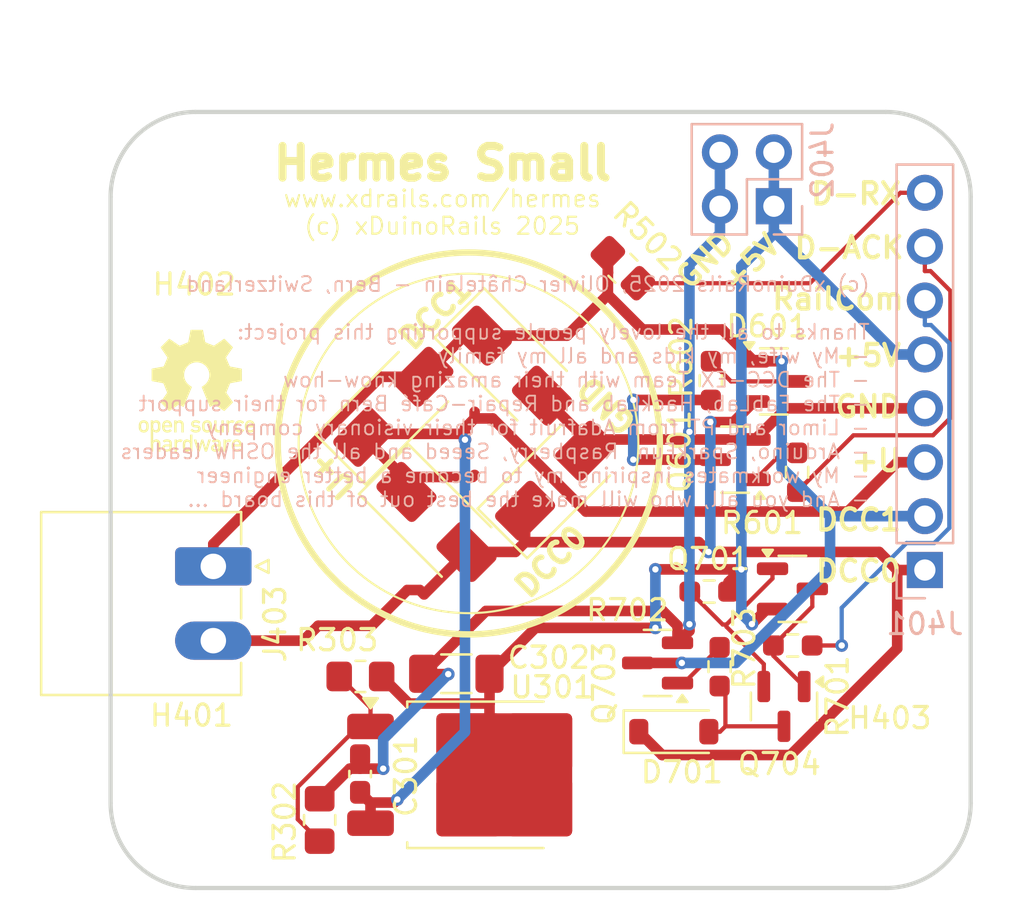
<source format=kicad_pcb>
(kicad_pcb (version 20240108) (generator "pcbnew") (generator_version "8.0")
  (layers (0 "F.Cu" signal) (31 "B.Cu" signal) (34 "B.Paste" user) (35 "F.Paste" user) (36 "B.SilkS" user "B.Silkscreen") (37 "F.SilkS" user "F.Silkscreen") (38 "B.Mask" user) (39 "F.Mask" user) (44 "Edge.Cuts" user))
  (net 0 "")
  (net 1 "/rails_power_ac-dc-bridge-medium-xs/+U_UNFUSED")
  (net 2 "/DCC0")
  (net 3 "GND")
  (net 4 "/DCC1")
  (net 5 "+3V3")
  (net 6 "Net-(D601-Pad3)")
  (net 7 "Net-(Q703-B)")
  (net 8 "/rails_signal_combined-medium/rails_signal_feedback_dcc-railcom-8x50/RC_SIGNAL")
  (net 9 "/rails_signal_combined-medium/rails-signal-acknowledge_dcc/DCC_ACK_IN")
  (net 10 "/DCC_ACK")
  (net 11 "/RAILCOM_DATA")
  (net 12 "/rails_signal_combined-medium/rails-signal-acknowledge_dcc/U+_DROP")
  (net 13 "/rails_signal_combined-medium/rails_signal_feedback_dcc-railcom-8x50/RC_DATA_IN")
  (net 14 "/rails_signal_combined-medium/rails_signal_feedback_dcc-railcom-8x50/RC_CURR")
  (net 15 "/DCC_MM_SIGNAL")
  (net 16 "/rails_power_dc-dc-ldo-5v_1A/ADJUST")
  (footprint "Diode_SMD:D_SMA" (layer "F.Cu") (at 166.3528 81.7147 45)
    (property "Reference" "D104" (hide yes))
    (property "Value" "SS14")
  )
  (footprint "Resistor_SMD:R_0603_1608Metric_Pad0.98x0.95mm_HandSolder" (layer "F.Cu") (at 181.721 93.964 90)
    (property "Reference" "R703")
    (property "Value" "10k")
  )
  (footprint "Capacitor_SMD:C_1206_3216Metric_Pad1.33x1.80mm_HandSolder" (layer "F.Cu") (at 169.3195 94.297 180)
    (property "Reference" "C302")
    (property "Value" "100uF")
  )
  (footprint "MountingHole:MountingHole_3.2mm_M3" (layer "F.Cu") (at 156.845 100.457)
    (property "Reference" "H401")
    (property "Value" "MountingHole")
  )
  (footprint "Capacitor_SMD:C_0603_1608Metric_Pad1.08x0.95mm_HandSolder" (layer "F.Cu") (at 164.786 99.0225 90)
    (property "Reference" "C301")
    (property "Value" "1u")
  )
  (footprint "Resistor_SMD:R_0603_1608Metric_Pad0.98x0.95mm_HandSolder" (layer "F.Cu") (at 185.166 92.964)
    (property "Reference" "R701")
    (property "Value" "10k")
  )
  (footprint "Diode_SMD:D_SOD-123" (layer "F.Cu") (at 179.563 97.028)
    (property "Reference" "D701")
    (property "Value" "1N5819W")
  )
  (footprint "Connector_Phoenix_MC:PhoenixContact_MC_1,5_2-G-3.5_1x02_P3.50mm_Horizontal" (layer "F.Cu") (at 157.8725 89.237 -90)
    (property "Reference" "J403")
    (property "Value" "Conn_01x02")
  )
  (footprint "xDuinoRail:8x50_SOT-23" (layer "F.Cu") (at 182.4505 84.206 180)
    (property "Reference" "Q601")
    (property "Value" "S8050")
  )
  (footprint "xDuinoRail:8x50_SOT-23" (layer "F.Cu") (at 184.277 80.518)
    (property "Reference" "D601")
    (property "Value" "BAT54C")
  )
  (footprint "Resistor_SMD:R_0603_1608Metric_Pad0.98x0.95mm_HandSolder" (layer "F.Cu") (at 185.3715 84.7985 90)
    (property "Reference" "R601")
    (property "Value" "10k")
  )
  (footprint "Resistor_SMD:R_0805_2012Metric_Pad1.20x1.40mm_HandSolder" (layer "F.Cu") (at 162.881 101.187 -90)
    (property "Reference" "R302")
    (property "Value" "1k")
  )
  (footprint "MountingHole:MountingHole_3.2mm_M3" (layer "F.Cu") (at 189.738 100.584)
    (property "Reference" "H403")
    (property "Value" "MountingHole")
  )
  (footprint "xDuinoRail:8x50_SOT-23" (layer "F.Cu") (at 178.8 93.787 180)
    (property "Reference" "Q703")
    (property "Value" "S8050")
  )
  (footprint "Resistor_SMD:R_0603_1608Metric_Pad0.98x0.95mm_HandSolder" (layer "F.Cu") (at 181.229 90.424)
    (property "Reference" "R702")
    (property "Value" "20R")
  )
  (footprint "Resistor_SMD:R_0805_2012Metric_Pad1.20x1.40mm_HandSolder" (layer "F.Cu") (at 177.165 75.184 -45)
    (property "Reference" "R502")
    (property "Value" "33k")
  )
  (footprint "Diode_SMD:D_SMA" (layer "F.Cu") (at 168.3848 87.1413 -45)
    (property "Reference" "D103" (hide yes))
    (property "Value" "SS14")
  )
  (footprint "MountingHole:MountingHole_3.2mm_M3" (layer "F.Cu") (at 156.972 71.755)
    (property "Reference" "H402")
    (property "Value" "MountingHole")
  )
  (footprint "Diode_SMD:D_SMA" (layer "F.Cu") (at 171.9408 79.7753 -45)
    (property "Reference" "D102" (hide yes))
    (property "Value" "SS14")
  )
  (footprint "Resistor_SMD:R_0805_2012Metric_Pad1.20x1.40mm_HandSolder" (layer "F.Cu") (at 164.802 94.424 180)
    (property "Reference" "R303")
    (property "Value" "330R")
  )
  (footprint "xDuinoRail:8x50_SOT-23" (layer "F.Cu") (at 185.15 90.297)
    (property "Reference" "Q701")
    (property "Value" "S8550")
  )
  (footprint "xDuinoRail:8x50_SOT-23" (layer "F.Cu") (at 184.753 95.8365 -90)
    (property "Reference" "Q704")
    (property "Value" "S8550")
  )
  (footprint "Diode_SMD:D_SMA" (layer "F.Cu") (at 173.9728 85.2019 45)
    (property "Reference" "D101" (hide yes))
    (property "Value" "SS14")
  )
  (footprint "Resistor_SMD:R_0603_1608Metric_Pad0.98x0.95mm_HandSolder" (layer "F.Cu") (at 181.3075 80.4805 90)
    (property "Reference" "R602")
    (property "Value" "100R")
  )
  (footprint "Package_TO_SOT_SMD:TO-252-2" (layer "F.Cu") (at 170.317 99.06)
    (property "Reference" "U301")
    (property "Value" "LM317_TO-252")
  )
  (footprint "Connector_PinHeader_2.54mm:PinHeader_2x02_P2.54mm_Vertical" (layer "B.Cu") (at 184.277 72.263 90)
    (property "Reference" "J402")
    (property "Value" "Conn_02x02_Odd_Even")
  )
  (footprint "Connector_PinHeader_2.54mm:PinHeader_1x08_P2.54mm_Vertical" (layer "B.Cu") (at 191.389 89.408)
    (property "Reference" "J401")
    (property "Value" "Conn_01x08")
  )
  (gr_poly (pts (xy 158.766844 82.348234) (xy 158.775221 82.348815) (xy 158.783424 82.349772) (xy 158.791461 82.351094) (xy 158.799339 82.352772) (xy 158.807064 82.354796) (xy 158.814643 82.357155) (xy 158.822085 82.359841) (xy 158.829394 82.362843) (xy 158.83658 82.366152) (xy 158.843648 82.369757) (xy 158.850606 82.373648) (xy 158.857461 82.377817) (xy 158.86422 82.382253) (xy 158.870889 82.386945) (xy 158.877476 82.391885) (xy 158.794259 82.49085) (xy 158.789287 82.487201) (xy 158.784474 82.483836) (xy 158.779793 82.480747) (xy 158.775218 82.477927) (xy 158.770722 82.475371) (xy 158.766279 82.473072) (xy 158.761862 82.471022) (xy 158.757445 82.469216) (xy 158.753001 82.467647) (xy 158.748504 82.466309) (xy 158.743927 82.465195) (xy 158.739244 82.464297) (xy 158.734427 82.463611) (xy 158.729452 82.463129) (xy 158.72429 82.462844) (xy 158.718917 82.462751) (xy 158.708395 82.463175) (xy 158.69798 82.464459) (xy 158.687752 82.466619) (xy 158.677788 82.469672) (xy 158.672931 82.471538) (xy 158.668169 82.473634) (xy 158.663512 82.475961) (xy 158.658972 82.478521) (xy 158.654556 82.481318) (xy 158.650276 82.484351) (xy 158.646141 82.487624) (xy 158.642161 82.49114) (xy 158.638346 82.494898) (xy 158.634705 82.498903) (xy 158.631249 82.503156) (xy 158.627988 82.507658) (xy 158.62493 82.512413) (xy 158.622087 82.517422) (xy 158.619468 82.522687) (xy 158.617083 82.52821) (xy 158.614941 82.533994) (xy 158.613053 82.54004) (xy 158.611428 82.54635) (xy 158.610077 82.552927) (xy 158.609008 82.559772) (xy 158.608233 82.566888) (xy 158.607761 82.574277) (xy 158.607601 82.581941) (xy 158.607601 82.924872) (xy 158.492888 82.924872) (xy 158.492888 82.354801) (xy 158.607601 82.354801) (xy 158.607601 82.415507) (xy 158.609824 82.415507) (xy 158.616753 82.407341) (xy 158.624042 82.3997) (xy 158.631681 82.392586) (xy 158.639661 82.385998) (xy 158.64797 82.379937) (xy 158.6566 82.374403) (xy 158.66554 82.369395) (xy 158.67478 82.364913) (xy 158.68431 82.360959) (xy 158.69412 82.357532) (xy 158.704199 82.354631) (xy 158.714538 82.352258) (xy 158.725126 82.350412) (xy 158.735954 82.349093) (xy 158.747011 82.348302) (xy 158.758287 82.348038)) (stroke (width -0.000001)) (fill solid) (layer "F.SilkS"))
  (gr_poly (pts (xy 157.18028 83.654455) (xy 157.182534 83.654455) (xy 157.31182 83.255294) (xy 157.395037 83.255294) (xy 157.524323 83.654455) (xy 157.526641 83.654455) (xy 157.635638 83.255294) (xy 157.757114 83.255294) (xy 157.574996 83.825366) (xy 157.473745 83.825366) (xy 157.354556 83.426172) (xy 157.352301 83.426172) (xy 157.233112 83.825366) (xy 157.131925 83.825366) (xy 156.949775 83.255294) (xy 157.071187 83.255294)) (stroke (width -0.000001)) (fill solid) (layer "F.SilkS"))
  (gr_poly (pts (xy 154.600939 82.348149) (xy 154.608952 82.348476) (xy 154.616759 82.349013) (xy 154.624364 82.34975) (xy 154.631769 82.350681) (xy 154.638977 82.351799) (xy 154.64599 82.353094) (xy 154.652811 82.354561) (xy 154.659443 82.35619) (xy 154.665888 82.357975) (xy 154.67215 82.359909) (xy 154.67823 82.361982) (xy 154.684131 82.364188) (xy 154.689857 82.366519) (xy 154.69541 82.368967) (xy 154.700792 82.371525) (xy 154.711054 82.37694) (xy 154.720667 82.382703) (xy 154.729651 82.388752) (xy 154.738027 82.395026) (xy 154.745817 82.401465) (xy 154.753042 82.408007) (xy 154.759724 82.414592) (xy 154.765883 82.421158) (xy 154.773803 82.43023) (xy 154.781129 82.439387) (xy 154.787873 82.448742) (xy 154.794045 82.458406) (xy 154.799657 82.468491) (xy 154.804721 82.479111) (xy 154.809248 82.490376) (xy 154.81325 82.502398) (xy 154.816738 82.515291) (xy 154.819724 82.529166) (xy 154.822219 82.544135) (xy 154.824234 82.56031) (xy 154.825782 82.577803) (xy 154.826873 82.596726) (xy 154.827519 82.617192) (xy 154.827732 82.639313) (xy 154.827519 82.661618) (xy 154.826873 82.682248) (xy 154.825782 82.701314) (xy 154.824234 82.718931) (xy 154.822219 82.735213) (xy 154.819724 82.750272) (xy 154.816738 82.764221) (xy 154.81325 82.777175) (xy 154.809248 82.789247) (xy 154.804721 82.800551) (xy 154.799657 82.811198) (xy 154.794045 82.821304) (xy 154.787873 82.830982) (xy 154.781129 82.840345) (xy 154.773803 82.849506) (xy 154.765883 82.858578) (xy 154.759724 82.865144) (xy 154.753042 82.871726) (xy 154.745817 82.878266) (xy 154.738027 82.8847) (xy 154.729651 82.89097) (xy 154.720667 82.897014) (xy 154.711054 82.90277) (xy 154.700792 82.908179) (xy 154.689857 82.91318) (xy 154.67823 82.917711) (xy 154.665888 82.921712) (xy 154.652811 82.925122) (xy 154.638977 82.92788) (xy 154.624364 82.929925) (xy 154.608952 82.931197) (xy 154.592718 82.931635) (xy 154.584495 82.931524) (xy 154.57648 82.931197) (xy 154.56867 82.930662) (xy 154.561062 82.929925) (xy 154.553655 82.928996) (xy 154.546446 82.92788) (xy 154.539431 82.926586) (xy 154.532608 82.925122) (xy 154.525974 82.923495) (xy 154.519527 82.921712) (xy 154.513265 82.919782) (xy 154.507183 82.917711) (xy 154.501281 82.915508) (xy 154.495554 82.91318) (xy 154.49 82.910735) (xy 154.484618 82.90818) (xy 154.474354 82.902771) (xy 154.46474 82.897014) (xy 154.455756 82.89097) (xy 154.447379 82.884701) (xy 154.439589 82.878266) (xy 154.432363 82.871727) (xy 154.425682 82.865144) (xy 154.419522 82.858578) (xy 154.411602 82.849506) (xy 154.404277 82.840346) (xy 154.397535 82.830985) (xy 154.391365 82.821309) (xy 154.385756 82.811205) (xy 154.380694 82.800559) (xy 154.37617 82.789257) (xy 154.372171 82.777187) (xy 154.368686 82.764234) (xy 154.365703 82.750285) (xy 154.363211 82.735227) (xy 154.361198 82.718945) (xy 154.359652 82.701326) (xy 154.358563 82.682257) (xy 154.357918 82.661624) (xy 154.357705 82.639313) (xy 154.472386 82.639313) (xy 154.472467 82.654221) (xy 154.472718 82.667805) (xy 154.473151 82.680166) (xy 154.473777 82.691405) (xy 154.474607 82.701622) (xy 154.475653 82.710918) (xy 154.476926 82.719393) (xy 154.478438 82.727149) (xy 154.480201 82.734286) (xy 154.482226 82.740904) (xy 154.484524 82.747104) (xy 154.487107 82.752988) (xy 154.489986 82.758654) (xy 154.493173 82.764205) (xy 154.496679 82.769741) (xy 154.500516 82.775361) (xy 154.503898 82.779727) (xy 154.507704 82.783941) (xy 154.511912 82.787986) (xy 154.516499 82.791844) (xy 154.521442 82.795497) (xy 154.526718 82.798927) (xy 154.532303 82.802115) (xy 154.538176 82.805044) (xy 154.544312 82.807696) (xy 154.550689 82.810053) (xy 154.557284 82.812096) (xy 154.564074 82.813808) (xy 154.571035 82.815172) (xy 154.578145 82.816168) (xy 154.58538 82.816778) (xy 154.592718 82.816986) (xy 154.600051 82.816778) (xy 154.607282 82.816166) (xy 154.614388 82.815169) (xy 154.621346 82.813804) (xy 154.628132 82.81209) (xy 154.634725 82.810044) (xy 154.641101 82.807686) (xy 154.647237 82.805032) (xy 154.65311 82.802102) (xy 154.658697 82.798912) (xy 154.663974 82.795483) (xy 154.66892 82.791831) (xy 154.67351 82.787975) (xy 154.677723 82.783932) (xy 154.681534 82.779722) (xy 154.683282 82.777559) (xy 154.68492 82.775361) (xy 154.688757 82.769741) (xy 154.692263 82.764207) (xy 154.695448 82.758662) (xy 154.698325 82.753005) (xy 154.700906 82.747138) (xy 154.703201 82.740963) (xy 154.705223 82.734379) (xy 154.706983 82.727288) (xy 154.708492 82.719591) (xy 154.709763 82.711189) (xy 154.710806 82.701983) (xy 154.711634 82.691873) (xy 154.712257 82.680762) (xy 154.712688 82.668549) (xy 154.713019 82.640424) (xy 154.712938 82.625516) (xy 154.712688 82.61193) (xy 154.712257 82.599566) (xy 154.711634 82.588323) (xy 154.710806 82.578102) (xy 154.709763 82.568802) (xy 154.708492 82.560323) (xy 154.706983 82.552564) (xy 154.705223 82.545424) (xy 154.703201 82.538805) (xy 154.700906 82.532604) (xy 154.698325 82.526722) (xy 154.695448 82.521059) (xy 154.692263 82.515513) (xy 154.688757 82.509985) (xy 154.68492 82.504375) (xy 154.681534 82.500009) (xy 154.677723 82.495795) (xy 154.67351 82.49175) (xy 154.66892 82.487892) (xy 154.663974 82.484239) (xy 154.658697 82.48081) (xy 154.65311 82.477622) (xy 154.647237 82.474693) (xy 154.641101 82.472041) (xy 154.634725 82.469684) (xy 154.628132 82.46764) (xy 154.621346 82.465928) (xy 154.614388 82.464565) (xy 154.607282 82.463569) (xy 154.600051 82.462958) (xy 154.592718 82.462751) (xy 154.58538 82.462958) (xy 154.578145 82.46357) (xy 154.571035 82.464568) (xy 154.564074 82.465933) (xy 154.557284 82.467647) (xy 154.550689 82.469692) (xy 154.544312 82.472051) (xy 154.538176 82.474705) (xy 154.532303 82.477635) (xy 154.526718 82.480824) (xy 154.521442 82.484254) (xy 154.516499 82.487906) (xy 154.511912 82.491762) (xy 154.507704 82.495804) (xy 154.503898 82.500015) (xy 154.502153 82.502177) (xy 154.500516 82.504375) (xy 154.496679 82.509985) (xy 154.493173 82.515511) (xy 154.489986 82.521051) (xy 154.487107 82.526705) (xy 154.484524 82.53257) (xy 154.482226 82.538746) (xy 154.480201 82.545331) (xy 154.478438 82.552425) (xy 154.476926 82.560125) (xy 154.475653 82.568531) (xy 154.474607 82.577741) (xy 154.473777 82.587854) (xy 154.473151 82.598969) (xy 154.472718 82.611185) (xy 154.472386 82.639313) (xy 154.357705 82.639313) (xy 154.357918 82.617193) (xy 154.358563 82.596728) (xy 154.359652 82.577805) (xy 154.361198 82.560314) (xy 154.363211 82.544141) (xy 154.365703 82.529174) (xy 154.368686 82.515301) (xy 154.372171 82.50241) (xy 154.37617 82.490389) (xy 154.380694 82.479125) (xy 154.385756 82.468505) (xy 154.391365 82.458419) (xy 154.397535 82.448754) (xy 154.404277 82.439396) (xy 154.411602 82.430235) (xy 154.419522 82.421158) (xy 154.425682 82.414592) (xy 154.432363 82.408007) (xy 154.439589 82.401465) (xy 154.447379 82.395026) (xy 154.455756 82.388752) (xy 154.46474 82.382703) (xy 154.474354 82.37694) (xy 154.484618 82.371525) (xy 154.495554 82.366519) (xy 154.507183 82.361982) (xy 154.519527 82.357976) (xy 154.532608 82.354561) (xy 154.546446 82.351799) (xy 154.561062 82.34975) (xy 154.57648 82.348476) (xy 154.592718 82.348038)) (stroke (width -0.000001)) (fill solid) (layer "F.SilkS"))
  (gr_poly (pts (xy 156.299958 82.348239) (xy 156.308371 82.34884) (xy 156.325268 82.351238) (xy 156.342122 82.35522) (xy 156.358766 82.360775) (xy 156.366958 82.364139) (xy 156.375035 82.367892) (xy 156.382976 82.372032) (xy 156.390761 82.376558) (xy 156.398369 82.38147) (xy 156.40578 82.386764) (xy 156.412971 82.39244) (xy 156.419923 82.398497) (xy 156.426615 82.404932) (xy 156.433025 82.411745) (xy 156.439134 82.418935) (xy 156.44492 82.426498) (xy 156.450363 82.434435) (xy 156.455441 82.442744) (xy 156.460135 82.451424) (xy 156.464423 82.460472) (xy 156.468284 82.469887) (xy 156.471697 82.479669) (xy 156.474643 82.489816) (xy 156.4771 82.500325) (xy 156.479047 82.511197) (xy 156.480463 82.522428) (xy 156.481328 82.534019) (xy 156.481621 82.545967) (xy 156.481621 82.924872) (xy 156.36694 82.924872) (xy 156.36694 82.58537) (xy 156.366799 82.578188) (xy 156.366381 82.5712) (xy 156.365692 82.564408) (xy 156.364737 82.557815) (xy 156.363523 82.551421) (xy 156.362055 82.545231) (xy 156.36034 82.539245) (xy 156.358383 82.533466) (xy 156.356191 82.527897) (xy 156.353769 82.52254) (xy 156.351123 82.517396) (xy 156.34826 82.512469) (xy 156.345185 82.50776) (xy 156.341904 82.503271) (xy 156.338424 82.499006) (xy 156.33475 82.494966) (xy 156.330888 82.491153) (xy 156.326844 82.48757) (xy 156.322624 82.484219) (xy 156.318235 82.481102) (xy 156.313681 82.478221) (xy 156.30897 82.475579) (xy 156.304106 82.473178) (xy 156.299097 82.471021) (xy 156.293947 82.469108) (xy 156.288664 82.467444) (xy 156.283252 82.466029) (xy 156.277718 82.464866) (xy 156.272069 82.463958) (xy 156.266308 82.463307) (xy 156.260444 82.462914) (xy 156.254482 82.462783) (xy 156.248418 82.462914) (xy 156.242459 82.463307) (xy 156.23661 82.463958) (xy 156.230878 82.464866) (xy 156.225267 82.466029) (xy 156.219784 82.467444) (xy 156.214434 82.469108) (xy 156.209224 82.471021) (xy 156.204158 82.473178) (xy 156.199243 82.475579) (xy 156.194485 82.478221) (xy 156.189889 82.481102) (xy 156.18546 82.484219) (xy 156.181206 82.48757) (xy 156.177131 82.491153) (xy 156.173241 82.494965) (xy 156.169543 82.499006) (xy 156.166041 82.503271) (xy 156.162742 82.507759) (xy 156.159651 82.512468) (xy 156.156774 82.517396) (xy 156.154117 82.522539) (xy 156.151686 82.527897) (xy 156.149486 82.533466) (xy 156.147524 82.539244) (xy 156.145804 82.54523) (xy 156.144333 82.551421) (xy 156.143117 82.557814) (xy 156.142161 82.564408) (xy 156.141471 82.5712) (xy 156.141053 82.578188) (xy 156.140912 82.58537) (xy 156.140912 82.924872) (xy 156.026231 82.924872) (xy 156.026231 82.354801) (xy 156.140912 82.354801) (xy 156.140912 82.415507) (xy 156.143198 82.415507) (xy 156.15012 82.407341) (xy 156.157403 82.3997) (xy 156.165037 82.392586) (xy 156.173011 82.385998) (xy 156.181315 82.379937) (xy 156.18994 82.374403) (xy 156.198875 82.369395) (xy 156.208111 82.364913) (xy 156.217636 82.360959) (xy 156.227442 82.357532) (xy 156.237518 82.354631) (xy 156.247854 82.352258) (xy 156.25844 82.350412) (xy 156.269266 82.349093) (xy 156.280321 82.348302) (xy 156.291597 82.348038)) (stroke (width -0.000001)) (fill solid) (layer "F.SilkS"))
  (gr_poly (pts (xy 156.320031 83.248728) (xy 156.32841 83.249309) (xy 156.336616 83.250265) (xy 156.344656 83.251588) (xy 156.352537 83.253265) (xy 156.360266 83.255289) (xy 156.36785 83.257649) (xy 156.375294 83.260335) (xy 156.382607 83.263337) (xy 156.389794 83.266645) (xy 156.396863 83.27025) (xy 156.403819 83.274142) (xy 156.410671 83.27831) (xy 156.417424 83.282746) (xy 156.424086 83.287439) (xy 156.430662 83.292379) (xy 156.347478 83.391343) (xy 156.342505 83.387684) (xy 156.337691 83.384308) (xy 156.333009 83.381211) (xy 156.328432 83.378384) (xy 156.323934 83.375822) (xy 156.319489 83.373517) (xy 156.31507 83.371463) (xy 156.310651 83.369654) (xy 156.306206 83.368083) (xy 156.301708 83.366743) (xy 156.297131 83.365627) (xy 156.292448 83.364729) (xy 156.287634 83.364042) (xy 156.282661 83.363559) (xy 156.277503 83.363275) (xy 156.272135 83.363181) (xy 156.261618 83.363606) (xy 156.251206 83.364892) (xy 156.240979 83.367055) (xy 156.231015 83.370111) (xy 156.226156 83.371979) (xy 156.221393 83.374077) (xy 156.216736 83.376406) (xy 156.212194 83.378968) (xy 156.207776 83.381766) (xy 156.203494 83.384802) (xy 156.199357 83.388077) (xy 156.195375 83.391593) (xy 156.191558 83.395354) (xy 156.187915 83.39936) (xy 156.184456 83.403613) (xy 156.181192 83.408116) (xy 156.178133 83.412871) (xy 156.175287 83.41788) (xy 156.172666 83.423145) (xy 156.170278 83.428667) (xy 156.168135 83.434449) (xy 156.166245 83.440493) (xy 156.164618 83.446801) (xy 156.163266 83.453375) (xy 156.162196 83.460217) (xy 156.16142 83.467329) (xy 156.160947 83.474713) (xy 156.160787 83.482371) (xy 156.160787 83.825366) (xy 156.046106 83.825366) (xy 156.046106 83.255294) (xy 156.160787 83.255294) (xy 156.160787 83.316001) (xy 156.163042 83.316001) (xy 156.16997 83.307834) (xy 156.177258 83.300194) (xy 156.184896 83.29308) (xy 156.192873 83.286492) (xy 156.201181 83.280431) (xy 156.209808 83.274896) (xy 156.218745 83.269888) (xy 156.227982 83.265407) (xy 156.237509 83.261453) (xy 156.247316 83.258025) (xy 156.257392 83.255125) (xy 156.267729 83.252751) (xy 156.278315 83.250905) (xy 156.289141 83.249587) (xy 156.300197 83.248795) (xy 156.311473 83.248532)) (stroke (width -0.000001)) (fill solid) (layer "F.SilkS"))
  (gr_circle (center 169.8926 83.4411) (end 169.8926 75.4411) (stroke (width 0.1)) (fill none) (layer "F.SilkS"))
  (gr_poly (pts (xy 159.130489 82.348159) (xy 159.138445 82.348519) (xy 159.146296 82.349113) (xy 159.154042 82.349937) (xy 159.169215 82.352254) (xy 159.183962 82.355433) (xy 159.198282 82.359435) (xy 159.212173 82.364223) (xy 159.225633 82.369759) (xy 159.23866 82.376005) (xy 159.251252 82.382924) (xy 159.263407 82.390477) (xy 159.275123 82.398627) (xy 159.286399 82.407335) (xy 159.297232 82.416565) (xy 159.30762 82.426278) (xy 159.317562 82.436436) (xy 159.327056 82.447003) (xy 159.242728 82.522345) (xy 159.237321 82.515931) (xy 159.231631 82.509776) (xy 159.225666 82.5039) (xy 159.219434 82.498327) (xy 159.212945 82.493076) (xy 159.206207 82.488169) (xy 159.199227 82.483629) (xy 159.192015 82.479475) (xy 159.184579 82.47573) (xy 159.176928 82.472415) (xy 159.169069 82.469551) (xy 159.161012 82.46716) (xy 159.152765 82.465263) (xy 159.144336 82.463881) (xy 159.135734 82.463037) (xy 159.126968 82.462751) (xy 159.109917 82.463374) (xy 159.093788 82.465264) (xy 159.086076 82.466693) (xy 159.078604 82.468449) (xy 159.071374 82.470535) (xy 159.06439 82.472955) (xy 159.057655 82.475713) (xy 159.051171 82.478812) (xy 159.044943 82.482256) (xy 159.038972 82.486047) (xy 159.033263 82.49019) (xy 159.027817 82.494688) (xy 159.022639 82.499545) (xy 159.017732 82.504764) (xy 159.013097 82.510348) (xy 159.00874 82.516302) (xy 159.004662 82.522628) (xy 159.000867 82.52933) (xy 158.997357 82.536411) (xy 158.994137 82.543876) (xy 158.991209 82.551727) (xy 158.988575 82.559968) (xy 158.98624 82.568603) (xy 158.984207 82.577635) (xy 158.982477 82.587067) (xy 158.981055 82.596904) (xy 158.979146 82.617803) (xy 158.978505 82.64036) (xy 158.978666 82.651753) (xy 158.979147 82.662734) (xy 158.979945 82.673306) (xy 158.981057 82.683473) (xy 158.982479 82.693239) (xy 158.984209 82.702606) (xy 158.986244 82.711577) (xy 158.98858 82.720156) (xy 158.991214 82.728347) (xy 158.994143 82.736152) (xy 158.997365 82.743575) (xy 159.000875 82.750619) (xy 159.004671 82.757287) (xy 159.00875 82.763583) (xy 159.013109 82.76951) (xy 159.017744 82.775071) (xy 159.022652 82.78027) (xy 159.027831 82.78511) (xy 159.033276 82.789593) (xy 159.038986 82.793724) (xy 159.044957 82.797506) (xy 159.051185 82.800941) (xy 159.057669 82.804034) (xy 159.064404 82.806787) (xy 159.071387 82.809204) (xy 159.078616 82.811288) (xy 159.086087 82.813043) (xy 159.093797 82.814471) (xy 159.101743 82.815576) (xy 159.109923 82.816361) (xy 159.118332 82.81683) (xy 159.126968 82.816985) (xy 159.131371 82.816913) (xy 159.135734 82.816699) (xy 159.140056 82.816345) (xy 159.144335 82.815855) (xy 159.152762 82.814473) (xy 159.161008 82.812576) (xy 159.169063 82.810185) (xy 159.17692 82.807321) (xy 159.184569 82.804006) (xy 159.192003 82.800261) (xy 159.199214 82.796108) (xy 159.206193 82.791567) (xy 159.212931 82.78666) (xy 159.219421 82.78141) (xy 159.225654 82.775836) (xy 159.231621 82.76996) (xy 159.237316 82.763805) (xy 159.242728 82.757391) (xy 159.327056 82.832733) (xy 159.317568 82.843283) (xy 159.30763 82.853427) (xy 159.297246 82.863129) (xy 159.286416 82.87235) (xy 159.275143 82.881052) (xy 159.263429 82.889196) (xy 159.251275 82.896746) (xy 159.238684 82.903662) (xy 159.225656 82.909908) (xy 159.212195 82.915444) (xy 159.198303 82.920232) (xy 159.18398 82.924235) (xy 159.169229 82.927415) (xy 159.154052 82.929734) (xy 159.138451 82.931153) (xy 159.122427 82.931634) (xy 159.097846 82.93065) (xy 159.073549 82.927655) (xy 159.049716 82.922589) (xy 159.026527 82.91539) (xy 159.015229 82.910971) (xy 159.004161 82.905997) (xy 158.993342 82.900459) (xy 158.982797 82.894349) (xy 158.972548 82.88766) (xy 158.962616 82.880385) (xy 158.953025 82.872515) (xy 158.943797 82.864042) (xy 158.934955 82.854961) (xy 158.92652 82.845262) (xy 158.918515 82.834937) (xy 158.910963 82.82398) (xy 158.903887 82.812383) (xy 158.897308 82.800138) (xy 158.891249 82.787237) (xy 158.885732 82.773673) (xy 158.88078 82.759437) (xy 158.876416 82.744524) (xy 158.872662 82.728923) (xy 158.86954 82.712629) (xy 158.867072 82.695634) (xy 158.865282 82.677929) (xy 158.864192 82.659507) (xy 158.863823 82.64036) (xy 158.864192 82.621124) (xy 158.865282 82.602618) (xy 158.867072 82.584833) (xy 158.86954 82.567763) (xy 158.872662 82.551399) (xy 158.876416 82.535734) (xy 158.88078 82.52076) (xy 158.885732 82.506468) (xy 158.891249 82.492852) (xy 158.897308 82.479903) (xy 158.903887 82.467613) (xy 158.910963 82.455975) (xy 158.918515 82.444981) (xy 158.92652 82.434623) (xy 158.934955 82.424894) (xy 158.943797 82.415784) (xy 158.953025 82.407288) (xy 158.962616 82.399396) (xy 158.972548 82.392101) (xy 158.982797 82.385395) (xy 158.993342 82.379271) (xy 159.004161 82.37372) (xy 159.015229 82.368735) (xy 159.026527 82.364308) (xy 159.03803 82.360431) (xy 159.049716 82.357096) (xy 159.061563 82.354295) (xy 159.073549 82.352022) (xy 159.08565 82.350267) (xy 159.097846 82.349023) (xy 159.122427 82.348038)) (stroke (width -0.000001)) (fill solid) (layer "F.SilkS"))
  (gr_poly (pts (xy 159.602995 82.34831) (xy 159.614628 82.349122) (xy 159.626129 82.350466) (xy 159.637481 82.352335) (xy 159.648668 82.354722) (xy 159.659672 82.35762) (xy 159.670476 82.361022) (xy 159.681065 82.36492) (xy 159.69142 82.369308) (xy 159.701525 82.374177) (xy 159.711362 82.379521) (xy 159.720916 82.385333) (xy 159.730169 82.391605) (xy 159.739103 82.398331) (xy 159.747703 82.405503) (xy 159.755951 82.413113) (xy 159.76383 82.421156) (xy 159.771324 82.429622) (xy 159.778415 82.438506) (xy 159.785087 82.447801) (xy 159.791322 82.457498) (xy 159.797104 82.467591) (xy 159.802415 82.478072) (xy 159.807239 82.488935) (xy 159.811559 82.500172) (xy 159.815358 82.511776) (xy 159.818619 82.523739) (xy 159.821325 82.536056) (xy 159.82346 82.548717) (xy 159.825005 82.561717) (xy 159.825945 82.575048) (xy 159.826262 82.588703) (xy 159.826262 82.683159) (xy 159.470947 82.683159) (xy 159.471114 82.691775) (xy 159.47161 82.70012) (xy 159.472429 82.708195) (xy 159.473563 82.716) (xy 159.475008 82.723533) (xy 159.476755 82.730795) (xy 159.478799 82.737786) (xy 159.481132 82.744505) (xy 159.483749 82.750953) (xy 159.486642 82.757128) (xy 159.489806 82.763032) (xy 159.493232 82.768662) (xy 159.496916 82.774021) (xy 159.500851 82.779106) (xy 159.505029 82.783918) (xy 159.509444 82.788457) (xy 159.51409 82.792723) (xy 159.518961 82.796715) (xy 159.524048 82.800433) (xy 159.529347 82.803877) (xy 159.53485 82.807046) (xy 159.540551 82.809941) (xy 159.546443 82.812562) (xy 159.55252 82.814907) (xy 159.558775 82.816977) (xy 159.565202 82.818772) (xy 159.571794 82.820292) (xy 159.578544 82.821535) (xy 159.585445 82.822503) (xy 159.592493 82.823194) (xy 159.599678 82.823609) (xy 159.606996 82.823748) (xy 159.615253 82.823512) (xy 159.623562 82.822809) (xy 159.631901 82.821648) (xy 159.640244 82.820038) (xy 159.648568 82.817986) (xy 159.656846 82.8155) (xy 159.665055 82.812589) (xy 159.673171 82.809262) (xy 159.681168 82.805526) (xy 159.689023 82.801389) (xy 159.69671 82.796861) (xy 159.704205 82.791949) (xy 159.711483 82.786662) (xy 159.71852 82.781007) (xy 159.725292 82.774994) (xy 159.731774 82.76863) (xy 159.81499 82.839432) (xy 159.804264 82.851215) (xy 159.79316 82.862118) (xy 159.781699 82.872158) (xy 159.7699 82.881351) (xy 159.757784 82.889715) (xy 159.74537 82.897264) (xy 159.732678 82.904017) (xy 159.719729 82.909989) (xy 159.706542 82.915196) (xy 159.693137 82.919656) (xy 159.679534 82.923385) (xy 159.665753 82.926398) (xy 159.651815 82.928714) (xy 159.637738 82.930347) (xy 159.623543 82.931315) (xy 159.60925 82.931634) (xy 159.587133 82.930945) (xy 159.564796 82.92876) (xy 159.542467 82.924901) (xy 159.520371 82.91919) (xy 159.498738 82.911449) (xy 159.488165 82.906762) (xy 159.477793 82.901502) (xy 159.46765 82.895645) (xy 159.457765 82.889169) (xy 159.448165 82.882053) (xy 159.43888 82.874274) (xy 159.429937 82.86581) (xy 159.421366 82.856639) (xy 159.413194 82.846738) (xy 159.40545 82.836085) (xy 159.398162 82.824659) (xy 159.391359 82.812436) (xy 159.385069 82.799395) (xy 159.37932 82.785514) (xy 159.374141 82.770769) (xy 159.369561 82.75514) (xy 159.365608 82.738603) (xy 159.362309 82.721137) (xy 159.359694 82.70272) (xy 159.357791 82.683328) (xy 159.356629 82.662941) (xy 159.356235 82.641535) (xy 159.356596 82.621206) (xy 159.357663 82.601739) (xy 159.358882 82.588735) (xy 159.470947 82.588735) (xy 159.711549 82.588735) (xy 159.711096 82.580731) (xy 159.710379 82.572966) (xy 159.709402 82.56544) (xy 159.708171 82.558156) (xy 159.706691 82.551113) (xy 159.704967 82.544313) (xy 159.703003 82.537756) (xy 159.700806 82.531445) (xy 159.69838 82.525379) (xy 159.695731 82.51956) (xy 159.692863 82.513989) (xy 159.689781 82.508666) (xy 159.686492 82.503594) (xy 159.682999 82.498772) (xy 159.679308 82.494202) (xy 159.675425 82.489885) (xy 159.671354 82.485822) (xy 159.6671 82.482014) (xy 159.662669 82.478461) (xy 159.658065 82.475166) (xy 159.653294 82.472128) (xy 159.648362 82.469349) (xy 159.643272 82.46683) (xy 159.63803 82.464572) (xy 159.632642 82.462576) (xy 159.627112 82.460843) (xy 159.621446 82.459373) (xy 159.615648 82.458169) (xy 159.609725 82.45723) (xy 159.60368 82.456559) (xy 159.597519 82.456155) (xy 159.591247 82.45602) (xy 159.584973 82.456155) (xy 159.578802 82.456559) (xy 159.572742 82.45723) (xy 159.566799 82.458169) (xy 159.560977 82.459373) (xy 159.555282 82.460843) (xy 159.549722 82.462576) (xy 159.5443 82.464572) (xy 159.539023 82.46683) (xy 159.533897 82.469349) (xy 159.528928 82.472128) (xy 159.52412 82.475166) (xy 159.519481 82.478461) (xy 159.515016 82.482014) (xy 159.51073 82.485822) (xy 159.50663 82.489885) (xy 159.502721 82.494202) (xy 159.499009 82.498772) (xy 159.495499 82.503594) (xy 159.492198 82.508666) (xy 159.489111 82.513989) (xy 159.486244 82.51956) (xy 159.483603 82.525379) (xy 159.481194 82.531444) (xy 159.479022 82.537756) (xy 159.477093 82.544312) (xy 159.475412 82.551113) (xy 159.473987 82.558155) (xy 159.472822 82.56544) (xy 159.471923 82.572966) (xy 159.471296 82.580731) (xy 159.470947 82.588735) (xy 159.358882 82.588735) (xy 159.359409 82.583119) (xy 159.36181 82.565332) (xy 159.36484 82.548365) (xy 159.368474 82.532203) (xy 159.372685 82.516831) (xy 159.377449 82.502236) (xy 159.38274 82.488403) (xy 159.388533 82.475318) (xy 159.394801 82.462968) (xy 159.40152 82.451337) (xy 159.408664 82.440412) (xy 159.416207 82.430178) (xy 159.424125 82.420622) (xy 159.432391 82.411728) (xy 159.44098 82.403484) (xy 159.449867 82.395874) (xy 159.459025 82.388885) (xy 159.468431 82.382502) (xy 159.478057 82.376711) (xy 159.487879 82.371498) (xy 159.497871 82.366849) (xy 159.508008 82.36275) (xy 159.518264 82.359186) (xy 159.528613 82.356143) (xy 159.539031 82.353607) (xy 159.549491 82.351564) (xy 159.570437 82.3489) (xy 159.591248 82.348038)) (stroke (width -0.000001)) (fill solid) (layer "F.SilkS"))
  (gr_poly (pts (xy 158.624721 83.248728) (xy 158.633092 83.249309) (xy 158.641293 83.250265) (xy 158.64933 83.251588) (xy 158.65721 83.253265) (xy 158.664939 83.255289) (xy 158.672524 83.257649) (xy 158.679971 83.260335) (xy 158.687287 83.263337) (xy 158.694478 83.266645) (xy 158.70155 83.27025) (xy 158.708511 83.274142) (xy 158.715366 83.27831) (xy 158.722122 83.282746) (xy 158.728786 83.287439) (xy 158.735363 83.292379) (xy 158.652146 83.391343) (xy 158.647174 83.387684) (xy 158.642361 83.384308) (xy 158.63768 83.381211) (xy 158.633105 83.378384) (xy 158.628609 83.375822) (xy 158.624166 83.373517) (xy 158.619749 83.371463) (xy 158.615332 83.369654) (xy 158.610888 83.368083) (xy 158.606391 83.366743) (xy 158.601814 83.365627) (xy 158.59713 83.364729) (xy 158.592314 83.364042) (xy 158.587339 83.363559) (xy 158.582177 83.363275) (xy 158.576803 83.363181) (xy 158.566282 83.363606) (xy 158.555867 83.364892) (xy 158.545639 83.367055) (xy 158.535675 83.370111) (xy 158.530817 83.371979) (xy 158.526055 83.374077) (xy 158.521399 83.376406) (xy 158.516858 83.378968) (xy 158.512443 83.381766) (xy 158.508163 83.384802) (xy 158.504028 83.388077) (xy 158.500048 83.391593) (xy 158.496233 83.395354) (xy 158.492592 83.39936) (xy 158.489136 83.403613) (xy 158.485874 83.408116) (xy 158.482817 83.412871) (xy 158.479974 83.41788) (xy 158.477355 83.423145) (xy 158.474969 83.428667) (xy 158.472828 83.434449) (xy 158.47094 83.440493) (xy 158.469315 83.446801) (xy 158.467964 83.453375) (xy 158.466895 83.460217) (xy 158.46612 83.467329) (xy 158.465648 83.474713) (xy 158.465488 83.482371) (xy 158.465488 83.825366) (xy 158.350839 83.825366) (xy 158.350839 83.255294) (xy 158.465488 83.255294) (xy 158.465488 83.316001) (xy 158.467774 83.316001) (xy 158.474702 83.307834) (xy 158.481989 83.300194) (xy 158.489625 83.29308) (xy 158.497601 83.286492) (xy 158.505906 83.280431) (xy 158.51453 83.274896) (xy 158.523465 83.269888) (xy 158.532699 83.265407) (xy 158.542223 83.261453) (xy 158.552026 83.258025) (xy 158.5621 83.255125) (xy 158.572434 83.252751) (xy 158.583018 83.250905) (xy 158.593843 83.249587) (xy 158.604898 83.248795) (xy 158.616173 83.248532)) (stroke (width -0.000001)) (fill solid) (layer "F.SilkS"))
  (gr_circle (center 169.9086 83.4411) (end 169.9086 74.4411) (stroke (width 0.3)) (fill none) (layer "F.SilkS"))
  (gr_poly (pts (xy 157.059709 82.348455) (xy 157.077372 82.3495) (xy 157.094331 82.351217) (xy 157.110619 82.353588) (xy 157.126266 82.356591) (xy 157.141304 82.360207) (xy 157.155765 82.364417) (xy 157.16968 82.3692) (xy 157.18308 82.374536) (xy 157.195996 82.380407) (xy 157.208462 82.386791) (xy 157.220507 82.39367) (xy 157.232163 82.401023) (xy 157.243463 82.408831) (xy 157.254437 82.417073) (xy 157.265116 82.425731) (xy 157.194313 82.508884) (xy 157.185866 82.503111) (xy 157.177371 82.497589) (xy 157.168805 82.492336) (xy 157.160147 82.487368) (xy 157.151376 82.482702) (xy 157.142472 82.478354) (xy 157.133411 82.474342) (xy 157.124174 82.470681) (xy 157.114738 82.467388) (xy 157.105083 82.46448) (xy 157.095186 82.461975) (xy 157.085027 82.459887) (xy 157.074585 82.458234) (xy 157.063837 82.457033) (xy 157.052764 82.4563) (xy 157.041342 82.456052) (xy 157.034634 82.456137) (xy 157.028204 82.45639) (xy 157.022049 82.456808) (xy 157.016165 82.457387) (xy 157.010546 82.458123) (xy 157.005189 82.459013) (xy 157.000089 82.460053) (xy 156.995241 82.46124) (xy 156.990643 82.462571) (xy 156.986288 82.464041) (xy 156.982174 82.465648) (xy 156.978295 82.467387) (xy 156.974648 82.469256) (xy 156.971228 82.47125) (xy 156.96803 82.473367) (xy 156.965051 82.475602) (xy 156.962285 82.477953) (xy 156.95973 82.480415) (xy 156.957379 82.482985) (xy 156.95523 82.48566) (xy 156.953278 82.488435) (xy 156.951518 82.491309) (xy 156.949946 82.494276) (xy 156.948558 82.497334) (xy 156.947349 82.500479) (xy 156.946316 82.503707) (xy 156.945453 82.507015) (xy 156.944757 82.5104) (xy 156.944223 82.513857) (xy 156.943847 82.517384) (xy 156.943625 82.520977) (xy 156.943552 82.524632) (xy 156.943768 82.529265) (xy 156.944436 82.533868) (xy 156.945588 82.538411) (xy 156.947256 82.542866) (xy 156.94947 82.547203) (xy 156.952262 82.551392) (xy 156.955663 82.555403) (xy 156.957602 82.557333) (xy 156.959705 82.559208) (xy 156.961976 82.561023) (xy 156.964418 82.562775) (xy 156.967037 82.564461) (xy 156.969836 82.566077) (xy 156.972818 82.567619) (xy 156.975987 82.569083) (xy 156.982905 82.571763) (xy 156.99062 82.574088) (xy 156.999164 82.576029) (xy 157.008568 82.577556) (xy 157.018863 82.578639) (xy 157.113319 82.585338) (xy 157.124185 82.586263) (xy 157.134639 82.587555) (xy 157.144687 82.589207) (xy 157.154332 82.591209) (xy 157.163579 82.593554) (xy 157.172432 82.596234) (xy 157.180895 82.59924) (xy 157.188973 82.602564) (xy 157.196671 82.606198) (xy 157.203992 82.610133) (xy 157.210941 82.614361) (xy 157.217522 82.618874) (xy 157.22374 82.623664) (xy 157.229598 82.628722) (xy 157.235102 82.634041) (xy 157.240256 82.639611) (xy 157.245063 82.645425) (xy 157.249529 82.651474) (xy 157.253657 82.65775) (xy 157.257453 82.664245) (xy 157.26092 82.670951) (xy 157.264062 82.677859) (xy 157.266885 82.684961) (xy 157.269392 82.692249) (xy 157.271588 82.699714) (xy 157.273477 82.707349) (xy 157.276352 82.723093) (xy 157.278051 82.739415) (xy 157.27861 82.756248) (xy 157.278309 82.766548) (xy 157.277416 82.776568) (xy 157.275943 82.786304) (xy 157.273906 82.795755) (xy 157.271316 82.804916) (xy 157.268189 82.813784) (xy 157.264537 82.822357) (xy 157.260374 82.830632) (xy 157.255713 82.838605) (xy 157.250569 82.846273) (xy 157.244954 82.853634) (xy 157.238883 82.860684) (xy 157.232369 82.867419) (xy 157.225425 82.873838) (xy 157.218066 82.879937) (xy 157.210304 82.885713) (xy 157.202153 82.891162) (xy 157.193627 82.896282) (xy 157.175504 82.905522) (xy 157.156044 82.913408) (xy 157.135355 82.919916) (xy 157.113546 82.92502) (xy 157.090726 82.928696) (xy 157.067002 82.93092) (xy 157.042485 82.931667) (xy 157.025277 82.931271) (xy 157.008236 82.930083) (xy 156.991369 82.9281) (xy 156.974684 82.925322) (xy 156.95819 82.921746) (xy 156.941895 82.917371) (xy 156.925808 82.912196) (xy 156.909937 82.906219) (xy 156.894289 82.899438) (xy 156.878874 82.891852) (xy 156.863699 82.883459) (xy 156.848773 82.874258) (xy 156.834105 82.864246) (xy 156.819701 82.853423) (xy 156.805571 82.841787) (xy 156.791723 82.829336) (xy 156.871543 82.75066) (xy 156.880875 82.759454) (xy 156.89034 82.767692) (xy 156.899962 82.77537) (xy 156.909769 82.782488) (xy 156.919787 82.789045) (xy 156.930043 82.795039) (xy 156.940562 82.800469) (xy 156.951371 82.805333) (xy 156.962496 82.809631) (xy 156.973964 82.813359) (xy 156.9858 82.816518) (xy 156.998032 82.819106) (xy 157.010686 82.821121) (xy 157.023787 82.822562) (xy 157.037363 82.823428) (xy 157.051439 82.823716) (xy 157.057496 82.823644) (xy 157.063443 82.823427) (xy 157.069275 82.823066) (xy 157.074985 82.822561) (xy 157.08057 82.821911) (xy 157.086022 82.821118) (xy 157.091337 82.820181) (xy 157.096509 82.819101) (xy 157.101534 82.817878) (xy 157.106405 82.816512) (xy 157.111118 82.815003) (xy 157.115666 82.813351) (xy 157.120045 82.811557) (xy 157.124249 82.80962) (xy 157.128273 82.807542) (xy 157.132112 82.805321) (xy 157.135759 82.802959) (xy 157.13921 82.800456) (xy 157.142459 82.797811) (xy 157.145502 82.795025) (xy 157.148331 82.792099) (xy 157.150943 82.789031) (xy 157.153332 82.785823) (xy 157.155492 82.782475) (xy 157.157418 82.778986) (xy 157.159105 82.775358) (xy 157.160547 82.77159) (xy 157.161739 82.767682) (xy 157.162675 82.763635) (xy 157.16335 82.759449) (xy 157.16376 82.755124) (xy 157.163897 82.75066) (xy 157.163809 82.746947) (xy 157.163547 82.743394) (xy 157.163115 82.739999) (xy 157.162517 82.736758) (xy 157.161757 82.733668) (xy 157.160839 82.730725) (xy 157.159767 82.727925) (xy 157.158544 82.725265) (xy 157.157174 82.722742) (xy 157.155662 82.720352) (xy 157.154011 82.718092) (xy 157.152226 82.715958) (xy 157.150309 82.713947) (xy 157.148265 82.712055) (xy 157.146098 82.710279) (xy 157.143811 82.708615) (xy 157.141409 82.70706) (xy 157.138896 82.705611) (xy 157.13355 82.703013) (xy 157.127805 82.700796) (xy 157.121691 82.69893) (xy 157.11524 82.697389) (xy 157.108483 82.696144) (xy 157.10145 82.695167) (xy 157.094174 82.694431) (xy 156.992955 82.685445) (xy 156.975551 82.683404) (xy 156.958792 82.680238) (xy 156.950675 82.678237) (xy 156.942743 82.675958) (xy 156.935006 82.673404) (xy 156.927472 82.670574) (xy 156.920148 82.667472) (xy 156.913043 82.664097) (xy 156.906165 82.660451) (xy 156.899523 82.656535) (xy 156.893124 82.652351) (xy 156.886977 82.6479) (xy 156.88109 82.643183) (xy 156.875472 82.638201) (xy 156.870131 82.632956) (xy 156.865074 82.627449) (xy 156.86031 82.62168) (xy 156.855848 82.615652) (xy 156.851695 82.609366) (xy 156.84786 82.602822) (xy 156.844352 82.596023) (xy 156.841177 82.588969) (xy 156.838345 82.581661) (xy 156.835864 82.574102) (xy 156.833743 82.566291) (xy 156.831988 82.558231) (xy 156.830609 82.549923) (xy 156.829614 82.541367) (xy 156.82901 82.532566) (xy 156.828808 82.52352) (xy 156.829076 82.512826) (xy 156.829872 82.502463) (xy 156.831186 82.49243) (xy 156.833004 82.482728) (xy 156.835316 82.473359) (xy 156.838109 82.464322) (xy 156.841373 82.455618) (xy 156.845094 82.447248) (xy 156.849261 82.439212) (xy 156.853864 82.431511) (xy 156.858889 82.424146) (xy 156.864325 82.417117) (xy 156.87016 82.410426) (xy 156.876384 82.404071) (xy 156.882983 82.398055) (xy 156.889946 82.392377) (xy 156.897262 82.387039) (xy 156.904919 82.38204) (xy 156.912904 82.377382) (xy 156.921207 82.373066) (xy 156.929815 82.369091) (xy 156.938717 82.365458) (xy 156.957355 82.359223) (xy 156.977027 82.354365) (xy 156.99764 82.350889) (xy 157.019099 82.348799) (xy 157.04131 82.348102)) (stroke (width -0.000001)) (fill solid) (layer "F.SilkS"))
  (gr_poly (pts (xy 158.013378 83.249097) (xy 158.038096 83.250836) (xy 158.061634 83.253818) (xy 158.072935 83.255796) (xy 158.083912 83.258109) (xy 158.094555 83.260767) (xy 158.104855 83.263778) (xy 158.1148 83.267149) (xy 158.124383 83.270891) (xy 158.133592 83.27501) (xy 158.142419 83.279515) (xy 158.150854 83.284416) (xy 158.158886 83.28972) (xy 158.166507 83.295435) (xy 158.173707 83.30157) (xy 158.180475 83.308134) (xy 158.186803 83.315136) (xy 158.19268 83.322582) (xy 158.198097 83.330482) (xy 158.203044 83.338845) (xy 158.207511 83.347678) (xy 158.211489 83.356991) (xy 158.214969 83.366791) (xy 158.217939 83.377087) (xy 158.220392 83.387887) (xy 158.222316 83.3992) (xy 158.223702 83.411035) (xy 158.224541 83.423399) (xy 158.224823 83.436301) (xy 158.224823 83.825366) (xy 158.110079 83.825366) (xy 158.110079 83.774756) (xy 158.107856 83.774756) (xy 158.103237 83.781894) (xy 158.098214 83.788534) (xy 158.092757 83.794682) (xy 158.086831 83.800344) (xy 158.080404 83.805523) (xy 158.073444 83.810225) (xy 158.065917 83.814455) (xy 158.05779 83.818218) (xy 158.049032 83.82152) (xy 158.039608 83.824365) (xy 158.029487 83.826758) (xy 158.018635 83.828705) (xy 158.00702 83.830211) (xy 157.994609 83.831279) (xy 157.981369 83.831917) (xy 157.967267 83.832129) (xy 157.95551 83.831909) (xy 157.944067 83.831258) (xy 157.932941 83.830185) (xy 157.922136 83.828698) (xy 157.911657 83.826808) (xy 157.901507 83.824523) (xy 157.89169 83.821854) (xy 157.88221 83.81881) (xy 157.87307 83.8154) (xy 157.864276 83.811634) (xy 157.85583 83.807521) (xy 157.847737 83.803071) (xy 157.840001 83.798293) (xy 157.832625 83.793197) (xy 157.825614 83.787791) (xy 157.818971 83.782087) (xy 157.8127 83.776092) (xy 157.806805 83.769817) (xy 157.80129 83.763271) (xy 157.79616 83.756464) (xy 157.791417 83.749404) (xy 157.787066 83.742102) (xy 157.783111 83.734567) (xy 157.779556 83.726808) (xy 157.776404 83.718835) (xy 157.77366 83.710657) (xy 157.771327 83.702284) (xy 157.76941 83.693725) (xy 157.767911 83.68499) (xy 157.766837 83.676088) (xy 157.766189 83.667029) (xy 157.765972 83.657821) (xy 157.766094 83.652201) (xy 157.873985 83.652201) (xy 157.874345 83.659303) (xy 157.875442 83.666259) (xy 157.877301 83.673024) (xy 157.879945 83.679556) (xy 157.881569 83.682721) (xy 157.8834 83.685813) (xy 157.885439 83.688824) (xy 157.88769 83.69175) (xy 157.890155 83.694586) (xy 157.892839 83.697326) (xy 157.895744 83.699965) (xy 157.898873 83.702497) (xy 157.90223 83.704917) (xy 157.905816 83.707221) (xy 157.909636 83.709401) (xy 157.913693 83.711454) (xy 157.917989 83.713373) (xy 157.922528 83.715153) (xy 157.927312 83.71679) (xy 157.932345 83.718276) (xy 157.94317 83.72078) (xy 157.955027 83.722622) (xy 157.967941 83.723758) (xy 157.981935 83.724147) (xy 157.999124 83.724012) (xy 158.014881 83.723539) (xy 158.029252 83.722629) (xy 158.04228 83.721181) (xy 158.048305 83.720223) (xy 158.054011 83.719093) (xy 158.059403 83.717778) (xy 158.064488 83.716266) (xy 158.069271 83.714543) (xy 158.073757 83.712598) (xy 158.077951 83.710418) (xy 158.081861 83.70799) (xy 158.08549 83.705301) (xy 158.088845 83.70234) (xy 158.091931 83.699093) (xy 158.094753 83.695548) (xy 158.097318 83.691693) (xy 158.099631 83.687514) (xy 158.101697 83.682999) (xy 158.103522 83.678136) (xy 158.105112 83.672912) (xy 158.106471 83.667315) (xy 158.107606 83.661331) (xy 158.108523 83.654949) (xy 158.109226 83.648155) (xy 158.109721 83.640938) (xy 158.110014 83.633284) (xy 158.11011 83.625181) (xy 158.11011 83.583557) (xy 157.97295 83.583557) (xy 157.96673 83.583636) (xy 157.96072 83.583871) (xy 157.954919 83.58426) (xy 157.949327 83.5848) (xy 157.943942 83.585489) (xy 157.938763 83.586325) (xy 157.933791 83.587306) (xy 157.929023 83.58843) (xy 157.92446 83.589693) (xy 157.9201 83.591094) (xy 157.915943 83.592631) (xy 157.911988 83.594301) (xy 157.908233 83.596103) (xy 157.904679 83.598033) (xy 157.901323 83.600089) (xy 157.898167 83.60227) (xy 157.895208 83.604573) (xy 157.892446 83.606995) (xy 157.88988 83.609535) (xy 157.887509 83.61219) (xy 157.885332 83.614957) (xy 157.883349 83.617836) (xy 157.881559 83.620822) (xy 157.879961 83.623915) (xy 157.878554 83.627111) (xy 157.877337 83.630409) (xy 157.876309 83.633807) (xy 157.87547 83.637301) (xy 157.874819 83.640889) (xy 157.874355 83.644571) (xy 157.874078 83.648342) (xy 157.873985 83.652201) (xy 157.766094 83.652201) (xy 157.766156 83.649326) (xy 157.76671 83.640921) (xy 157.767631 83.632618) (xy 157.768919 83.624429) (xy 157.770574 83.616366) (xy 157.772596 83.60844) (xy 157.774982 83.600664) (xy 157.777734 83.593048) (xy 157.780849 83.585605) (xy 157.784328 83.578347) (xy 157.78817 83.571285) (xy 157.792374 83.564431) (xy 157.79694 83.557797) (xy 157.801866 83.551394) (xy 157.807153 83.545235) (xy 157.812799 83.53933) (xy 157.818804 83.533692) (xy 157.825168 83.528333) (xy 157.831889 83.523264) (xy 157.838967 83.518497) (xy 157.846402 83.514044) (xy 157.854192 83.509917) (xy 157.862338 83.506127) (xy 157.870838 83.502685) (xy 157.879691 83.499605) (xy 157.888898 83.496897) (xy 157.898457 83.494574) (xy 157.908369 83.492647) (xy 157.918631 83.491127) (xy 157.929244 83.490027) (xy 157.940207 83.489359) (xy 157.951519 83.489133) (xy 158.110079 83.489133) (xy 158.110079 83.429539) (xy 158.109667 83.419828) (xy 158.109149 83.415271) (xy 158.10842 83.410909) (xy 158.107478 83.40674) (xy 158.10632 83.40276) (xy 158.104944 83.398966) (xy 158.103349 83.395357) (xy 158.10153 83.391928) (xy 158.099487 83.388677) (xy 158.097217 83.385601) (xy 158.094718 83.382698) (xy 158.091988 83.379964) (xy 158.089023 83.377396) (xy 158.085823 83.374993) (xy 158.082385 83.37275) (xy 158.078705 83.370665) (xy 158.074784 83.368736) (xy 158.066202 83.365331) (xy 158.056622 83.362512) (xy 158.046026 83.360258) (xy 158.034395 83.358544) (xy 158.021711 83.357348) (xy 158.007956 83.356647) (xy 157.993112 83.356418) (xy 157.982301 83.356553) (xy 157.972195 83.356968) (xy 157.962759 83.357676) (xy 157.953957 83.358694) (xy 157.949783 83.359323) (xy 157.945755 83.360035) (xy 157.941869 83.360831) (xy 157.938119 83.361714) (xy 157.934502 83.362685) (xy 157.931014 83.363746) (xy 157.927649 83.364899) (xy 157.924404 83.366146) (xy 157.921275 83.367488) (xy 157.918257 83.368927) (xy 157.915345 83.370466) (xy 157.912535 83.372106) (xy 157.909824 83.373848) (xy 157.907206 83.375696) (xy 157.904678 83.377649) (xy 157.902234 83.379712) (xy 157.899871 83.381884) (xy 157.897585 83.384168) (xy 157.89537 83.386566) (xy 157.893223 83.38908) (xy 157.891139 83.391711) (xy 157.889115 83.394462) (xy 157.887145 83.397334) (xy 157.885225 83.400329) (xy 157.795246 83.331749) (xy 157.803692 83.320799) (xy 157.812593 83.310725) (xy 157.821953 83.301503) (xy 157.831777 83.293109) (xy 157.842069 83.28552) (xy 157.852834 83.278713) (xy 157.864077 83.272664) (xy 157.875803 83.267352) (xy 157.888016 83.262751) (xy 157.900722 83.258839) (xy 157.913924 83.255592) (xy 157.927628 83.252989) (xy 157.941838 83.251004) (xy 157.95656 83.249615) (xy 157.971797 83.248799) (xy 157.987555 83.248532)) (stroke (width -0.000001)) (fill solid) (layer "F.SilkS"))
  (gr_poly (pts (xy 155.200462 82.348434) (xy 155.212861 82.349507) (xy 155.224817 82.351258) (xy 155.236331 82.353659) (xy 155.247404 82.356679) (xy 155.258038 82.360289) (xy 155.268234 82.364459) (xy 155.277994 82.36916) (xy 155.28732 82.374361) (xy 155.296213 82.380034) (xy 155.304674 82.386148) (xy 155.312705 82.392674) (xy 155.320308 82.399581) (xy 155.327483 82.406842) (xy 155.334232 82.414425) (xy 155.340558 82.422301) (xy 155.346197 82.429878) (xy 155.35133 82.437531) (xy 155.355975 82.445418) (xy 155.360152 82.453695) (xy 155.362072 82.458029) (xy 155.363882 82.462519) (xy 155.365585 82.467185) (xy 155.367183 82.472047) (xy 155.36868 82.477123) (xy 155.370077 82.482434) (xy 155.372582 82.493838) (xy 155.374718 82.506415) (xy 155.376505 82.520321) (xy 155.377963 82.535714) (xy 155.379112 82.55275) (xy 155.379971 82.571586) (xy 155.38056 82.592377) (xy 155.380899 82.615282) (xy 155.381007 82.640455) (xy 155.38056 82.688148) (xy 155.379112 82.72749) (xy 155.377963 82.744416) (xy 155.376505 82.759718) (xy 155.374718 82.773551) (xy 155.372582 82.786069) (xy 155.370077 82.797427) (xy 155.367183 82.807779) (xy 155.363882 82.817281) (xy 155.360152 82.826086) (xy 155.355975 82.834349) (xy 155.35133 82.842225) (xy 155.346197 82.849869) (xy 155.340558 82.857435) (xy 155.334232 82.865311) (xy 155.327483 82.872894) (xy 155.320308 82.880155) (xy 155.312705 82.887063) (xy 155.304674 82.893588) (xy 155.296213 82.899702) (xy 155.28732 82.905375) (xy 155.277994 82.910576) (xy 155.268234 82.915277) (xy 155.26319 82.91743) (xy 155.258038 82.919447) (xy 155.252775 82.921324) (xy 155.247404 82.923057) (xy 155.241922 82.924643) (xy 155.236331 82.926077) (xy 155.230629 82.927357) (xy 155.224817 82.928478) (xy 155.218894 82.929437) (xy 155.212861 82.930229) (xy 155.206717 82.930852) (xy 155.200462 82.931302) (xy 155.194096 82.931575) (xy 155.187618 82.931666) (xy 155.176795 82.931353) (xy 155.16625 82.930428) (xy 155.155968 82.928909) (xy 155.145936 82.926817) (xy 155.136142 82.924172) (xy 155.126573 82.920992) (xy 155.117214 82.9173) (xy 155.108053 82.913112) (xy 155.099076 82.908451) (xy 155.090271 82.903335) (xy 155.081624 82.897784) (xy 155.073122 82.891817) (xy 155.064751 82.885456) (xy 155.056499 82.878719) (xy 155.048353 82.871626) (xy 155.040298 82.864197) (xy 155.039885 83.316) (xy 155.04721 83.307833) (xy 155.054844 83.300193) (xy 155.062781 83.293079) (xy 155.071015 83.286491) (xy 155.079539 83.28043) (xy 155.088346 83.274895) (xy 155.097429 83.269887) (xy 155.106783 83.265406) (xy 155.1164 83.261452) (xy 155.126273 83.258025) (xy 155.136397 83.255124) (xy 155.146765 83.252751) (xy 155.157369 83.250905) (xy 155.168204 83.249586) (xy 155.179263 83.248795) (xy 155.190539 83.248531) (xy 155.1989 83.248732) (xy 155.207313 83.249333) (xy 155.215756 83.250333) (xy 155.22421 83.251731) (xy 155.232653 83.253524) (xy 155.241064 83.255712) (xy 155.249423 83.258294) (xy 155.257708 83.261267) (xy 155.2659 83.26463) (xy 155.273977 83.268383) (xy 155.281918 83.272523) (xy 155.289703 83.277048) (xy 155.297311 83.281958) (xy 155.304721 83.287252) (xy 155.311913 83.292927) (xy 155.318865 83.298982) (xy 155.325556 83.305416) (xy 155.331967 83.312227) (xy 155.338076 83.319415) (xy 155.343862 83.326976) (xy 155.349305 83.334911) (xy 155.354383 83.343217) (xy 155.359077 83.351893) (xy 155.363364 83.360938) (xy 155.367225 83.37035) (xy 155.370639 83.380128) (xy 155.373585 83.390271) (xy 155.376041 83.400776) (xy 155.377988 83.411643) (xy 155.379405 83.422869) (xy 155.38027 83.434455) (xy 155.380563 83.446397) (xy 155.380563 83.825365) (xy 155.265882 83.825365) (xy 155.265882 83.485799) (xy 155.265741 83.478618) (xy 155.265323 83.47163) (xy 155.264634 83.464838) (xy 155.263679 83.458244) (xy 155.262465 83.45185) (xy 155.260997 83.44566) (xy 155.259282 83.439674) (xy 155.257325 83.433895) (xy 155.255132 83.428326) (xy 155.25271 83.422969) (xy 155.250065 83.417825) (xy 155.247202 83.412898) (xy 155.244127 83.408189) (xy 155.240846 83.403701) (xy 155.237365 83.399435) (xy 155.233691 83.395395) (xy 155.229829 83.391583) (xy 155.225786 83.387999) (xy 155.221566 83.384648) (xy 155.217176 83.381531) (xy 155.212623 83.378651) (xy 155.207911 83.376009) (xy 155.203048 83.373608) (xy 155.198039 83.37145) (xy 155.192889 83.369538) (xy 155.187606 83.367874) (xy 155.182194 83.366459) (xy 155.17666 83.365296) (xy 155.17101 83.364388) (xy 155.16525 83.363737) (xy 155.159386 83.363344) (xy 155.153423 83.363213) (xy 155.14736 83.363344) (xy 155.141401 83.363737) (xy 155.135553 83.364388) (xy 155.129821 83.365296) (xy 155.124211 83.366459) (xy 155.118729 83.367874) (xy 155.11338 83.369538) (xy 155.108171 83.371451) (xy 155.103106 83.373608) (xy 155.098193 83.376009) (xy 155.093435 83.378651) (xy 155.088841 83.381532) (xy 155.084414 83.384648) (xy 155.080161 83.388) (xy 155.076087 83.391583) (xy 155.072199 83.395395) (xy 155.068502 83.399436) (xy 155.065001 83.403701) (xy 155.061704 83.408189) (xy 155.058614 83.412898) (xy 155.055739 83.417825) (xy 155.053083 83.422969) (xy 155.050653 83.428326) (xy 155.048455 83.433896) (xy 155.046493 83.439674) (xy 155.044775 83.44566) (xy 155.043305 83.451851) (xy 155.042089 83.458244) (xy 155.041134 83.464838) (xy 155.040444 83.47163) (xy 155.040026 83.478618) (xy 155.039885 83.485799) (xy 155.039885 83.825366) (xy 154.925173 83.825366) (xy 154.925173 82.640423) (xy 155.040298 82.640423) (xy 155.040748 82.671583) (xy 155.041521 82.687207) (xy 155.042846 82.70265) (xy 155.044862 82.717757) (xy 155.04771 82.732371) (xy 155.051531 82.746335) (xy 155.053849 82.753025) (xy 155.056463 82.759494) (xy 155.05939 82.765723) (xy 155.062647 82.771691) (xy 155.066253 82.77738) (xy 155.070224 82.782769) (xy 155.074577 82.78784) (xy 155.079332 82.792572) (xy 155.084504 82.796947) (xy 155.090112 82.800944) (xy 155.096174 82.804544) (xy 155.102705 82.807727) (xy 155.109725 82.810475) (xy 155.11725 82.812766) (xy 155.125298 82.814583) (xy 155.133887 82.815905) (xy 155.143034 82.816712) (xy 155.152757 82.816985) (xy 155.16258 82.816728) (xy 155.171822 82.815966) (xy 155.180499 82.814716) (xy 155.18863 82.812996) (xy 155.196232 82.81082) (xy 155.203323 82.808206) (xy 155.209921 82.805171) (xy 155.216043 82.80173) (xy 155.221708 82.7979) (xy 155.226932 82.793698) (xy 155.231733 82.78914) (xy 155.23613 82.784242) (xy 155.240139 82.779022) (xy 155.24378 82.773496) (xy 155.247068 82.767679) (xy 155.250023 82.76159) (xy 155.252661 82.755243) (xy 155.255001 82.748656) (xy 155.25706 82.741845) (xy 155.258856 82.734826) (xy 155.260406 82.727616) (xy 155.261729 82.720232) (xy 155.263762 82.705007) (xy 155.265096 82.689281) (xy 155.265874 82.673188) (xy 155.266237 82.656858) (xy 155.266326 82.640423) (xy 155.265874 82.607274) (xy 155.265096 82.591027) (xy 155.263762 82.575171) (xy 155.261729 82.559836) (xy 155.258856 82.545153) (xy 155.255001 82.531252) (xy 155.252661 82.524634) (xy 155.250023 82.518261) (xy 155.247068 82.512149) (xy 155.24378 82.506313) (xy 155.240139 82.500769) (xy 155.23613 82.495535) (xy 155.231733 82.490627) (xy 155.226932 82.486059) (xy 155.221708 82.48185) (xy 155.216043 82.478015) (xy 155.209921 82.47457) (xy 155.203323 82.471532) (xy 155.196232 82.468916) (xy 155.18863 82.46674) (xy 155.180499 82.465019) (xy 155.171822 82.46377) (xy 155.16258 82.463008) (xy 155.152757 82.462751) (xy 155.143037 82.463024) (xy 155.133893 82.463832) (xy 155.125306 82.465154) (xy 155.117259 82.466972) (xy 155.109735 82.469266) (xy 155.102717 82.472016) (xy 155.096186 82.475204) (xy 155.090126 82.47881) (xy 155.084518 82.482814) (xy 155.079346 82.487198) (xy 155.074592 82.491941) (xy 155.070237 82.497026) (xy 155.066266 82.502431) (xy 155.06266 82.508138) (xy 155.059402 82.514128) (xy 155.056475 82.520381) (xy 155.05386 82.526878) (xy 155.051541 82.533599) (xy 155.0495 82.540525) (xy 155.047719 82.547637) (xy 155.046181 82.554915) (xy 155.044868 82.562341) (xy 155.04285 82.577555) (xy 155.041524 82.593125) (xy 155.04075 82.608897) (xy 155.040388 82.624714) (xy 155.040298 82.640423) (xy 154.925173 82.640423) (xy 154.925173 82.354832) (xy 155.040298 82.354832) (xy 155.040298 82.414427) (xy 155.047243 82.407194) (xy 155.054567 82.400272) (xy 155.062252 82.393684) (xy 155.070282 82.387449) (xy 155.078641 82.381591) (xy 155.087313 82.37613) (xy 155.096281 82.371087) (xy 155.105529 82.366485) (xy 155.11504 82.362343) (xy 155.124798 82.358685) (xy 155.134787 82.35553) (xy 155.14499 82.352902) (xy 155.155391 82.35082) (xy 155.165974 82.349306) (xy 155.176721 82.348382) (xy 155.187618 82.34807)) (stroke (width -0.000001)) (fill solid) (layer "F.SilkS"))
  (gr_poly (pts (xy 157.587064 82.348149) (xy 157.595082 82.348476) (xy 157.602894 82.349013) (xy 157.610503 82.34975) (xy 157.617911 82.350681) (xy 157.625122 82.351799) (xy 157.632138 82.353094) (xy 157.638962 82.354561) (xy 157.645596 82.35619) (xy 157.652043 82.357975) (xy 157.658306 82.359909) (xy 157.664387 82.361982) (xy 157.670289 82.364188) (xy 157.676016 82.366519) (xy 157.681568 82.368967) (xy 157.68695 82.371525) (xy 157.697213 82.37694) (xy 157.706825 82.382703) (xy 157.715807 82.388752) (xy 157.724182 82.395026) (xy 157.73197 82.401465) (xy 157.739194 82.408007) (xy 157.745875 82.414592) (xy 157.752034 82.421158) (xy 157.759954 82.43023) (xy 157.767279 82.439387) (xy 157.774021 82.448742) (xy 157.780191 82.458406) (xy 157.785801 82.468491) (xy 157.790862 82.479111) (xy 157.795386 82.490376) (xy 157.799385 82.502398) (xy 157.80287 82.515291) (xy 157.805853 82.529166) (xy 157.808345 82.544135) (xy 157.810358 82.56031) (xy 157.811904 82.577803) (xy 157.812993 82.596726) (xy 157.813639 82.617192) (xy 157.813851 82.639313) (xy 157.813639 82.661618) (xy 157.812993 82.682248) (xy 157.811904 82.701314) (xy 157.810358 82.718931) (xy 157.808345 82.735213) (xy 157.805853 82.750272) (xy 157.80287 82.764221) (xy 157.799385 82.777175) (xy 157.795386 82.789247) (xy 157.790862 82.800551) (xy 157.785801 82.811198) (xy 157.780191 82.821304) (xy 157.774021 82.830982) (xy 157.767279 82.840345) (xy 157.759954 82.849506) (xy 157.752034 82.858578) (xy 157.745875 82.865144) (xy 157.739194 82.871726) (xy 157.73197 82.878266) (xy 157.724182 82.8847) (xy 157.715807 82.89097) (xy 157.706825 82.897014) (xy 157.697213 82.90277) (xy 157.68695 82.908179) (xy 157.676016 82.91318) (xy 157.664387 82.917711) (xy 157.652043 82.921712) (xy 157.638962 82.925122) (xy 157.625122 82.92788) (xy 157.610503 82.929925) (xy 157.595082 82.931197) (xy 157.578838 82.931635) (xy 157.570617 82.931524) (xy 157.562605 82.931197) (xy 157.554798 82.930662) (xy 157.547193 82.929925) (xy 157.539789 82.928996) (xy 157.532582 82.92788) (xy 157.52557 82.926586) (xy 157.51875 82.925122) (xy 157.512119 82.923495) (xy 157.505675 82.921712) (xy 157.499415 82.919782) (xy 157.493336 82.917711) (xy 157.487436 82.915508) (xy 157.481712 82.91318) (xy 157.476161 82.910735) (xy 157.47078 82.90818) (xy 157.46052 82.902771) (xy 157.450911 82.897014) (xy 157.44193 82.89097) (xy 157.433556 82.884701) (xy 157.425768 82.878266) (xy 157.418544 82.871727) (xy 157.411864 82.865144) (xy 157.405705 82.858578) (xy 157.397784 82.849506) (xy 157.390457 82.840346) (xy 157.383712 82.830985) (xy 157.377538 82.821309) (xy 157.371924 82.811205) (xy 157.366857 82.800559) (xy 157.362327 82.789257) (xy 157.358322 82.777187) (xy 157.354831 82.764234) (xy 157.351843 82.750285) (xy 157.349345 82.735227) (xy 157.347327 82.718945) (xy 157.345778 82.701326) (xy 157.344685 82.682257) (xy 157.344037 82.661624) (xy 157.343824 82.639313) (xy 157.458537 82.639313) (xy 157.458618 82.654221) (xy 157.458869 82.667805) (xy 157.459302 82.680166) (xy 157.459928 82.691405) (xy 157.460758 82.701622) (xy 157.461805 82.710918) (xy 157.463079 82.719393) (xy 157.464593 82.727149) (xy 157.466357 82.734286) (xy 157.468384 82.740904) (xy 157.470685 82.747104) (xy 157.473271 82.752988) (xy 157.476153 82.758654) (xy 157.479345 82.764205) (xy 157.482856 82.769741) (xy 157.486699 82.775361) (xy 157.49007 82.779727) (xy 157.493868 82.783941) (xy 157.498071 82.787986) (xy 157.502654 82.791844) (xy 157.507594 82.795497) (xy 157.512869 82.798927) (xy 157.518454 82.802115) (xy 157.524327 82.805044) (xy 157.530463 82.807696) (xy 157.536839 82.810053) (xy 157.543433 82.812096) (xy 157.55022 82.813808) (xy 157.557178 82.815172) (xy 157.564282 82.816168) (xy 157.57151 82.816778) (xy 157.578837 82.816986) (xy 157.586176 82.816778) (xy 157.593411 82.816166) (xy 157.600521 82.815169) (xy 157.607482 82.813804) (xy 157.614272 82.81209) (xy 157.620867 82.810044) (xy 157.627244 82.807686) (xy 157.63338 82.805032) (xy 157.639252 82.802102) (xy 157.644838 82.798912) (xy 157.650114 82.795483) (xy 157.655057 82.791831) (xy 157.659644 82.787975) (xy 157.663852 82.783932) (xy 157.667658 82.779722) (xy 157.669403 82.777559) (xy 157.671039 82.775361) (xy 157.674882 82.769741) (xy 157.678391 82.764207) (xy 157.681579 82.758662) (xy 157.684458 82.753005) (xy 157.687039 82.747138) (xy 157.689334 82.740963) (xy 157.691355 82.734379) (xy 157.693114 82.727288) (xy 157.694621 82.719591) (xy 157.69589 82.711189) (xy 157.696931 82.701983) (xy 157.697757 82.691873) (xy 157.698379 82.680762) (xy 157.698809 82.668549) (xy 157.699138 82.640424) (xy 157.699058 82.625516) (xy 157.698809 82.61193) (xy 157.698379 82.599566) (xy 157.697757 82.588323) (xy 157.696931 82.578102) (xy 157.69589 82.568802) (xy 157.694621 82.560323) (xy 157.693114 82.552564) (xy 157.691355 82.545424) (xy 157.689334 82.538805) (xy 157.687039 82.532604) (xy 157.684458 82.526722) (xy 157.681579 82.521059) (xy 157.678391 82.515513) (xy 157.674882 82.509985) (xy 157.671039 82.504375) (xy 157.667658 82.500009) (xy 157.663852 82.495795) (xy 157.659644 82.49175) (xy 157.655057 82.487892) (xy 157.650114 82.484239) (xy 157.644838 82.48081) (xy 157.639252 82.477622) (xy 157.63338 82.474693) (xy 157.627244 82.472041) (xy 157.620867 82.469684) (xy 157.614272 82.46764) (xy 157.607482 82.465928) (xy 157.600521 82.464565) (xy 157.593411 82.463569) (xy 157.586176 82.462958) (xy 157.578837 82.462751) (xy 157.57151 82.462958) (xy 157.564282 82.46357) (xy 157.557178 82.464568) (xy 157.55022 82.465933) (xy 157.543433 82.467647) (xy 157.536839 82.469692) (xy 157.530463 82.472051) (xy 157.524327 82.474705) (xy 157.518454 82.477635) (xy 157.512869 82.480824) (xy 157.507594 82.484254) (xy 157.502654 82.487906) (xy 157.498071 82.491762) (xy 157.493868 82.495804) (xy 157.49007 82.500015) (xy 157.488329 82.502177) (xy 157.486699 82.504375) (xy 157.482856 82.509985) (xy 157.479345 82.515511) (xy 157.476153 82.521051) (xy 157.473271 82.526705) (xy 157.470685 82.53257) (xy 157.468384 82.538746) (xy 157.466357 82.545331) (xy 157.464593 82.552425) (xy 157.463079 82.560125) (xy 157.461805 82.568531) (xy 157.460758 82.577741) (xy 157.459928 82.587854) (xy 157.459302 82.598969) (xy 157.458869 82.611185) (xy 157.458537 82.639313) (xy 157.343824 82.639313) (xy 157.344037 82.617193) (xy 157.344685 82.596728) (xy 157.345778 82.577805) (xy 157.347327 82.560314) (xy 157.349345 82.544141) (xy 157.351843 82.529174) (xy 157.354831 82.515301) (xy 157.358322 82.50241) (xy 157.362327 82.490389) (xy 157.366857 82.479125) (xy 157.371924 82.468505) (xy 157.377538 82.458419) (xy 157.383712 82.448754) (xy 157.390457 82.439396) (xy 157.397784 82.430235) (xy 157.405705 82.421158) (xy 157.411864 82.414592) (xy 157.418545 82.408007) (xy 157.425768 82.401465) (xy 157.433556 82.395026) (xy 157.44193 82.388752) (xy 157.450911 82.382703) (xy 157.460521 82.37694) (xy 157.470781 82.371525) (xy 157.481712 82.366519) (xy 157.493336 82.361982) (xy 157.505675 82.357976) (xy 157.51875 82.354561) (xy 157.532583 82.351799) (xy 157.547193 82.34975) (xy 157.562605 82.348476) (xy 157.578838 82.348038)) (stroke (width -0.000001)) (fill solid) (layer "F.SilkS"))
  (gr_poly (pts (xy 158.026418 82.694367) (xy 158.026558 82.701543) (xy 158.026977 82.708526) (xy 158.027667 82.715314) (xy 158.028623 82.721904) (xy 158.029839 82.728294) (xy 158.03131 82.734483) (xy 158.033029 82.740467) (xy 158.034992 82.746244) (xy 158.037191 82.751812) (xy 158.039622 82.757169) (xy 158.042279 82.762313) (xy 158.045155 82.76724) (xy 158.048245 82.77195) (xy 158.051544 82.776439) (xy 158.055045 82.780706) (xy 158.058743 82.784747) (xy 158.062632 82.788561) (xy 158.066706 82.792146) (xy 158.07096 82.795499) (xy 158.075387 82.798618) (xy 158.079982 82.801501) (xy 158.084739 82.804144) (xy 158.089652 82.806547) (xy 158.094716 82.808707) (xy 158.099925 82.810621) (xy 158.105273 82.812287) (xy 158.110754 82.813704) (xy 158.116362 82.814867) (xy 158.122093 82.815777) (xy 158.127939 82.816429) (xy 158.133895 82.816822) (xy 158.139956 82.816953) (xy 158.145921 82.816822) (xy 158.151788 82.816429) (xy 158.157551 82.815777) (xy 158.163203 82.814867) (xy 158.168739 82.813704) (xy 158.174152 82.812287) (xy 158.179438 82.810621) (xy 158.184589 82.808707) (xy 158.1896 82.806547) (xy 158.194465 82.804144) (xy 158.199178 82.801501) (xy 158.203732 82.798618) (xy 158.208123 82.795499) (xy 158.212344 82.792146) (xy 158.216388 82.788561) (xy 158.220251 82.784747) (xy 158.223926 82.780706) (xy 158.227407 82.776439) (xy 158.230688 82.77195) (xy 158.233764 82.76724) (xy 158.236627 82.762313) (xy 158.239273 82.757169) (xy 158.241696 82.751812) (xy 158.243888 82.746244) (xy 158.245845 82.740467) (xy 158.247561 82.734483) (xy 158.249028 82.728294) (xy 158.250243 82.721904) (xy 158.251198 82.715314) (xy 158.251887 82.708526) (xy 158.252305 82.701543) (xy 158.252446 82.694367) (xy 158.252446 82.3548) (xy 158.367095 82.3548) (xy 158.367095 82.924935) (xy 158.252446 82.924935) (xy 158.252446 82.864166) (xy 158.250223 82.864166) (xy 158.243295 82.872332) (xy 158.236008 82.879973) (xy 158.228374 82.887087) (xy 158.220405 82.893674) (xy 158.212113 82.899736) (xy 158.203509 82.90527) (xy 158.194605 82.910278) (xy 158.185414 82.914759) (xy 158.175946 82.918714) (xy 158.166214 82.922141) (xy 158.15623 82.925041) (xy 158.146005 82.927414) (xy 158.135551 82.92926) (xy 158.12488 82.930579) (xy 158.114004 82.93137) (xy 158.102935 82.931634) (xy 158.094473 82.931434) (xy 158.085965 82.930832) (xy 158.068896 82.928435) (xy 158.051892 82.924453) (xy 158.043466 82.921872) (xy 158.035119 82.918899) (xy 158.02687 82.915535) (xy 158.01874 82.911783) (xy 158.01075 82.907643) (xy 158.002921 82.903117) (xy 157.995273 82.898207) (xy 157.987826 82.892914) (xy 157.980602 82.887239) (xy 157.973621 82.881184) (xy 157.966904 82.87475) (xy 157.96047 82.867939) (xy 157.954341 82.860751) (xy 157.948538 82.85319) (xy 157.94308 82.845255) (xy 157.937989 82.836949) (xy 157.933285 82.828273) (xy 157.928989 82.819228) (xy 157.925121 82.809816) (xy 157.921702 82.800038) (xy 157.918753 82.789895) (xy 157.916293 82.77939) (xy 157.914344 82.768523) (xy 157.912927 82.757296) (xy 157.912061 82.745711) (xy 157.911768 82.733769) (xy 157.911768 82.3548) (xy 158.026418 82.3548)) (stroke (width -0.000001)) (fill solid) (layer "F.SilkS"))
  (gr_poly (pts (xy 158.984257 83.248772) (xy 158.995894 83.249584) (xy 159.007398 83.250928) (xy 159.018752 83.252797) (xy 159.02994 83.255184) (xy 159.040945 83.258082) (xy 159.05175 83.261483) (xy 159.062337 83.265381) (xy 159.072691 83.269768) (xy 159.082794 83.274637) (xy 159.092629 83.279981) (xy 159.10218 83.285792) (xy 159.111429 83.292063) (xy 159.12036 83.298788) (xy 159.128955 83.305958) (xy 159.137199 83.313567) (xy 159.145074 83.321608) (xy 159.152563 83.330073) (xy 159.159649 83.338955) (xy 159.166316 83.348247) (xy 159.172546 83.357942) (xy 159.178323 83.368032) (xy 159.18363 83.37851) (xy 159.18845 83.38937) (xy 159.192767 83.400603) (xy 159.196562 83.412203) (xy 159.19982 83.424163) (xy 159.202523 83.436475) (xy 159.204655 83.449132) (xy 159.206199 83.462127) (xy 159.207137 83.475452) (xy 159.207454 83.489101) (xy 159.207454 83.583621) (xy 158.852203 83.583621) (xy 158.85237 83.592231) (xy 158.852866 83.600572) (xy 158.853685 83.608642) (xy 158.854819 83.616441) (xy 158.856264 83.62397) (xy 158.858011 83.631228) (xy 158.860055 83.638215) (xy 158.862388 83.644931) (xy 158.865005 83.651375) (xy 158.867898 83.657548) (xy 158.871061 83.663449) (xy 158.874488 83.669077) (xy 158.878172 83.674433) (xy 158.882107 83.679516) (xy 158.886285 83.684327) (xy 158.8907 83.688864) (xy 158.895346 83.693129) (xy 158.900216 83.697119) (xy 158.905304 83.700836) (xy 158.910603 83.704279) (xy 158.916106 83.707448) (xy 158.921807 83.710342) (xy 158.927699 83.712962) (xy 158.933776 83.715307) (xy 158.940031 83.717377) (xy 158.946458 83.719172) (xy 158.953049 83.720691) (xy 158.959799 83.721935) (xy 158.966701 83.722902) (xy 158.973748 83.723593) (xy 158.980934 83.724008) (xy 158.988252 83.724147) (xy 158.996498 83.723911) (xy 159.0048 83.723211) (xy 159.013133 83.722053) (xy 159.021473 83.720446) (xy 159.029795 83.718397) (xy 159.038074 83.715916) (xy 159.046285 83.713009) (xy 159.054403 83.709685) (xy 159.062404 83.705951) (xy 159.070262 83.701816) (xy 159.077953 83.697288) (xy 159.085451 83.692375) (xy 159.092733 83.687084) (xy 159.099773 83.681424) (xy 159.106547 83.675403) (xy 159.113029 83.669029) (xy 159.196246 83.739895) (xy 159.185509 83.751677) (xy 159.174398 83.76258) (xy 159.162931 83.77262) (xy 159.151129 83.781814) (xy 159.139011 83.790177) (xy 159.126597 83.797727) (xy 159.113907 83.804479) (xy 159.100961 83.810451) (xy 159.087777 83.815659) (xy 159.074376 83.820119) (xy 159.060777 83.823847) (xy 159.047 83.826861) (xy 159.033065 83.829177) (xy 159.018991 83.83081) (xy 159.004798 83.831778) (xy 158.990506 83.832097) (xy 158.968389 83.831408) (xy 158.946052 83.829223) (xy 158.923723 83.825363) (xy 158.901627 83.819651) (xy 158.879994 83.81191) (xy 158.869421 83.807222) (xy 158.859049 83.801961) (xy 158.848906 83.796103) (xy 158.839021 83.789626) (xy 158.829421 83.782509) (xy 158.820136 83.774729) (xy 158.811193 83.766263) (xy 158.802622 83.75709) (xy 158.79445 83.747187) (xy 158.786706 83.736532) (xy 158.779418 83.725103) (xy 158.772615 83.712878) (xy 158.766325 83.699834) (xy 158.760576 83.685949) (xy 158.755397 83.671201) (xy 158.750817 83.655568) (xy 158.746863 83.639027) (xy 158.743565 83.621557) (xy 158.74095 83.603135) (xy 158.739047 83.583738) (xy 158.737885 83.563345) (xy 158.737491 83.541933) (xy 158.737852 83.521605) (xy 158.738919 83.502138) (xy 158.74014 83.489133) (xy 158.852203 83.489133) (xy 159.092805 83.489133) (xy 159.092358 83.481134) (xy 159.091646 83.473374) (xy 159.090673 83.465853) (xy 159.089446 83.458572) (xy 159.087968 83.451532) (xy 159.086246 83.444734) (xy 159.084285 83.438179) (xy 159.082089 83.431869) (xy 159.079664 83.425804) (xy 159.077015 83.419986) (xy 159.074147 83.414415) (xy 159.071065 83.409092) (xy 159.067775 83.404019) (xy 159.064282 83.399196) (xy 159.06059 83.394625) (xy 159.056705 83.390307) (xy 159.052632 83.386242) (xy 159.048377 83.382432) (xy 159.043944 83.378878) (xy 159.039338 83.37558) (xy 159.034566 83.372541) (xy 159.029631 83.36976) (xy 159.024539 83.367239) (xy 159.019296 83.364979) (xy 159.013905 83.362981) (xy 159.008374 83.361246) (xy 159.002706 83.359775) (xy 158.996907 83.358569) (xy 158.990982 83.35763) (xy 158.984937 83.356957) (xy 158.978776 83.356553) (xy 158.972504 83.356418) (xy 158.966229 83.356553) (xy 158.960059 83.356957) (xy 158.953999 83.35763) (xy 158.948055 83.358569) (xy 158.942233 83.359775) (xy 158.936539 83.361246) (xy 158.930978 83.362981) (xy 158.925556 83.364979) (xy 158.920279 83.367239) (xy 158.915153 83.36976) (xy 158.910184 83.372541) (xy 158.905377 83.37558) (xy 158.900738 83.378878) (xy 158.896272 83.382432) (xy 158.891987 83.386242) (xy 158.887886 83.390307) (xy 158.883977 83.394625) (xy 158.880265 83.399196) (xy 158.876755 83.404019) (xy 158.873454 83.409092) (xy 158.870367 83.414415) (xy 158.867501 83.419986) (xy 158.86486 83.425804) (xy 158.86245 83.431869) (xy 158.860278 83.438179) (xy 158.858349 83.444734) (xy 158.856669 83.451532) (xy 158.855243 83.458571) (xy 158.854078 83.465853) (xy 158.853179 83.473374) (xy 158.852552 83.481134) (xy 158.852203 83.489133) (xy 158.74014 83.489133) (xy 158.740667 83.483519) (xy 158.743069 83.465734) (xy 158.7461 83.448768) (xy 158.749735 83.432607) (xy 158.753948 83.417237) (xy 158.758714 83.402644) (xy 158.764007 83.388814) (xy 158.769801 83.375732) (xy 158.776072 83.363384) (xy 158.782793 83.351756) (xy 158.789939 83.340833) (xy 158.797484 83.330602) (xy 158.805403 83.321049) (xy 158.813671 83.312159) (xy 158.822261 83.303917) (xy 158.831149 83.29631) (xy 158.840309 83.289324) (xy 158.849715 83.282944) (xy 158.859342 83.277156) (xy 158.869163 83.271946) (xy 158.879155 83.267299) (xy 158.889291 83.263202) (xy 158.899545 83.25964) (xy 158.909893 83.256599) (xy 158.920308 83.254065) (xy 158.930765 83.252024) (xy 158.951704 83.249362) (xy 158.972504 83.2485)) (stroke (width -0.000001)) (fill solid) (layer "F.SilkS"))
  (gr_poly (pts (xy 155.708682 83.249097) (xy 155.733405 83.250836) (xy 155.756945 83.253818) (xy 155.768248 83.255796) (xy 155.779225 83.258109) (xy 155.789869 83.260767) (xy 155.800168 83.263778) (xy 155.810114 83.267149) (xy 155.819696 83.270891) (xy 155.828905 83.27501) (xy 155.837732 83.279515) (xy 155.846166 83.284416) (xy 155.854197 83.28972) (xy 155.861818 83.295435) (xy 155.869016 83.30157) (xy 155.875784 83.308134) (xy 155.88211 83.315136) (xy 155.887986 83.322582) (xy 155.893402 83.330482) (xy 155.898349 83.338845) (xy 155.902815 83.347678) (xy 155.906792 83.356991) (xy 155.910271 83.366791) (xy 155.913241 83.377087) (xy 155.915692 83.387887) (xy 155.917616 83.3992) (xy 155.919002 83.411035) (xy 155.919841 83.423399) (xy 155.920122 83.436301) (xy 155.920122 83.825366) (xy 155.80541 83.825366) (xy 155.80541 83.774756) (xy 155.803155 83.774756) (xy 155.798542 83.781894) (xy 155.793526 83.788534) (xy 155.788074 83.794682) (xy 155.782153 83.800344) (xy 155.775732 83.805523) (xy 155.768776 83.810225) (xy 155.761253 83.814455) (xy 155.753129 83.818218) (xy 155.744373 83.82152) (xy 155.734952 83.824365) (xy 155.724831 83.826758) (xy 155.713979 83.828705) (xy 155.702363 83.830211) (xy 155.689949 83.831279) (xy 155.676705 83.831917) (xy 155.662598 83.832129) (xy 155.650842 83.831909) (xy 155.639399 83.831258) (xy 155.628273 83.830185) (xy 155.617469 83.828698) (xy 155.60699 83.826808) (xy 155.596841 83.824523) (xy 155.587025 83.821854) (xy 155.577546 83.81881) (xy 155.568408 83.8154) (xy 155.559615 83.811634) (xy 155.55117 83.807521) (xy 155.543079 83.803071) (xy 155.535344 83.798293) (xy 155.527969 83.793197) (xy 155.520959 83.787791) (xy 155.514318 83.782087) (xy 155.508048 83.776092) (xy 155.502155 83.769817) (xy 155.496642 83.763271) (xy 155.491513 83.756464) (xy 155.486772 83.749404) (xy 155.482422 83.742102) (xy 155.478468 83.734567) (xy 155.474914 83.726808) (xy 155.471763 83.718835) (xy 155.46902 83.710657) (xy 155.466688 83.702284) (xy 155.464771 83.693725) (xy 155.463274 83.68499) (xy 155.462199 83.676088) (xy 155.461552 83.667029) (xy 155.461335 83.657821) (xy 155.461457 83.652201) (xy 155.569253 83.652201) (xy 155.569613 83.659303) (xy 155.57071 83.666259) (xy 155.572569 83.673024) (xy 155.575213 83.679556) (xy 155.576838 83.682721) (xy 155.578669 83.685813) (xy 155.580708 83.688824) (xy 155.582959 83.69175) (xy 155.585425 83.694586) (xy 155.58811 83.697326) (xy 155.591015 83.699965) (xy 155.594145 83.702497) (xy 155.597502 83.704917) (xy 155.60109 83.707221) (xy 155.604911 83.709401) (xy 155.608969 83.711454) (xy 155.613266 83.713373) (xy 155.617806 83.715153) (xy 155.622592 83.71679) (xy 155.627627 83.718276) (xy 155.638455 83.72078) (xy 155.650316 83.722622) (xy 155.663235 83.723758) (xy 155.677235 83.724147) (xy 155.694423 83.724012) (xy 155.710181 83.723539) (xy 155.724551 83.722629) (xy 155.73758 83.721181) (xy 155.743605 83.720223) (xy 155.74931 83.719093) (xy 155.754703 83.717778) (xy 155.759788 83.716266) (xy 155.76457 83.714543) (xy 155.769056 83.712598) (xy 155.773251 83.710418) (xy 155.77716 83.70799) (xy 155.780789 83.705301) (xy 155.784144 83.70234) (xy 155.78723 83.699093) (xy 155.790053 83.695548) (xy 155.792618 83.691693) (xy 155.794931 83.687514) (xy 155.796997 83.682999) (xy 155.798822 83.678136) (xy 155.800411 83.672912) (xy 155.801771 83.667315) (xy 155.802906 83.661331) (xy 155.803822 83.654949) (xy 155.804525 83.648155) (xy 155.80502 83.640938) (xy 155.805313 83.633284) (xy 155.80541 83.625181) (xy 155.80541 83.583557) (xy 155.66825 83.583557) (xy 155.662027 83.583636) (xy 155.656014 83.583871) (xy 155.650211 83.58426) (xy 155.644616 83.5848) (xy 155.639229 83.585489) (xy 155.634048 83.586325) (xy 155.629074 83.587306) (xy 155.624305 83.58843) (xy 155.61974 83.589693) (xy 155.615379 83.591094) (xy 155.61122 83.592631) (xy 155.607263 83.594301) (xy 155.603508 83.596103) (xy 155.599952 83.598033) (xy 155.596596 83.600089) (xy 155.593439 83.60227) (xy 155.590479 83.604573) (xy 155.587716 83.606995) (xy 155.58515 83.609535) (xy 155.582778 83.61219) (xy 155.580601 83.614957) (xy 155.578618 83.617836) (xy 155.576828 83.620822) (xy 155.575229 83.623915) (xy 155.573822 83.627111) (xy 155.572605 83.630409) (xy 155.571577 83.633807) (xy 155.570738 83.637301) (xy 155.570087 83.640889) (xy 155.569623 83.644571) (xy 155.569346 83.648342) (xy 155.569253 83.652201) (xy 155.461457 83.652201) (xy 155.461519 83.649326) (xy 155.462072 83.640921) (xy 155.462992 83.632618) (xy 155.46428 83.624429) (xy 155.465933 83.616366) (xy 155.467953 83.60844) (xy 155.470338 83.600664) (xy 155.473087 83.593048) (xy 155.476201 83.585605) (xy 155.479678 83.578347) (xy 155.483517 83.571285) (xy 155.487719 83.564431) (xy 155.492282 83.557797) (xy 155.497206 83.551394) (xy 155.50249 83.545235) (xy 155.508134 83.53933) (xy 155.514138 83.533692) (xy 155.520499 83.528333) (xy 155.527218 83.523264) (xy 155.534295 83.518497) (xy 155.541728 83.514044) (xy 155.549517 83.509917) (xy 155.557661 83.506127) (xy 155.566161 83.502685) (xy 155.575014 83.499605) (xy 155.584221 83.496897) (xy 155.59378 83.494574) (xy 155.603692 83.492647) (xy 155.613956 83.491127) (xy 155.62457 83.490027) (xy 155.635535 83.489359) (xy 155.64685 83.489133) (xy 155.80541 83.489133) (xy 155.80541 83.429539) (xy 155.804998 83.419828) (xy 155.80448 83.415271) (xy 155.803751 83.410909) (xy 155.802809 83.40674) (xy 155.801652 83.40276) (xy 155.800276 83.398966) (xy 155.79868 83.395357) (xy 155.796862 83.391928) (xy 155.794819 83.388677) (xy 155.79255 83.385601) (xy 155.790051 83.382698) (xy 155.787321 83.379964) (xy 155.784357 83.377396) (xy 155.781158 83.374993) (xy 155.77772 83.37275) (xy 155.774041 83.370665) (xy 155.77012 83.368736) (xy 155.761541 83.365331) (xy 155.751964 83.362512) (xy 155.74137 83.360258) (xy 155.729743 83.358544) (xy 155.717063 83.357348) (xy 155.703313 83.356647) (xy 155.688474 83.356418) (xy 155.677663 83.356553) (xy 155.667555 83.356968) (xy 155.658116 83.357676) (xy 155.64931 83.358694) (xy 155.645134 83.359323) (xy 155.641103 83.360035) (xy 155.637214 83.360831) (xy 155.633462 83.361714) (xy 155.629842 83.362685) (xy 155.626351 83.363746) (xy 155.622983 83.364899) (xy 155.619736 83.366146) (xy 155.616603 83.367488) (xy 155.613582 83.368927) (xy 155.610667 83.370466) (xy 155.607855 83.372106) (xy 155.605141 83.373848) (xy 155.60252 83.375696) (xy 155.599989 83.377649) (xy 155.597543 83.379712) (xy 155.595178 83.381884) (xy 155.59289 83.384168) (xy 155.590674 83.386566) (xy 155.588525 83.38908) (xy 155.58644 83.391711) (xy 155.584415 83.394462) (xy 155.582444 83.397334) (xy 155.580524 83.400329) (xy 155.490577 83.331749) (xy 155.499023 83.320799) (xy 155.507922 83.310725) (xy 155.517279 83.301503) (xy 155.527099 83.293109) (xy 155.537386 83.28552) (xy 155.548147 83.278713) (xy 155.559385 83.272664) (xy 155.571107 83.267352) (xy 155.583316 83.262751) (xy 155.596017 83.258839) (xy 155.609217 83.255592) (xy 155.622919 83.252989) (xy 155.637129 83.251004) (xy 155.651852 83.249615) (xy 155.667092 83.248799) (xy 155.682855 83.248532)) (stroke (width -0.000001)) (fill solid) (layer "F.SilkS"))
  (gr_poly (pts (xy 156.888402 83.825366) (xy 156.773721 83.825366) (xy 156.773721 83.765771) (xy 156.766781 83.772993) (xy 156.759462 83.779907) (xy 156.751779 83.78649) (xy 156.743751 83.792721) (xy 156.735392 83.798578) (xy 156.72672 83.80404) (xy 156.717752 83.809084) (xy 156.708503 83.813689) (xy 156.69899 83.817834) (xy 156.68923 83.821496) (xy 156.679239 83.824655) (xy 156.669034 83.827287) (xy 156.658631 83.829373) (xy 156.648047 83.830889) (xy 156.637298 83.831815) (xy 156.626401 83.832128) (xy 156.619921 83.832036) (xy 156.613552 83.831764) (xy 156.607295 83.831314) (xy 156.60115 83.830691) (xy 156.595116 83.829899) (xy 156.589194 83.82894) (xy 156.583382 83.827819) (xy 156.57768 83.826539) (xy 156.57209 83.825105) (xy 156.566609 83.823519) (xy 156.561239 83.821786) (xy 156.555978 83.819909) (xy 156.550827 83.817892) (xy 156.545785 83.815739) (xy 156.536029 83.811038) (xy 156.526708 83.805837) (xy 156.51782 83.800164) (xy 156.509363 83.79405) (xy 156.501336 83.787524) (xy 156.493738 83.780616) (xy 156.486565 83.773356) (xy 156.479818 83.765773) (xy 156.473493 83.757897) (xy 156.467848 83.75032) (xy 156.462711 83.742667) (xy 156.458062 83.73478) (xy 156.45388 83.726503) (xy 156.450148 83.71768) (xy 156.446844 83.708154) (xy 156.443948 83.697769) (xy 156.441441 83.686368) (xy 156.439304 83.673794) (xy 156.437516 83.659892) (xy 156.436057 83.644504) (xy 156.434908 83.627474) (xy 156.433459 83.587863) (xy 156.433012 83.539806) (xy 156.547693 83.539806) (xy 156.547782 83.556435) (xy 156.548145 83.572934) (xy 156.548923 83.589173) (xy 156.550258 83.605022) (xy 156.552291 83.62035) (xy 156.553613 83.627779) (xy 156.555164 83.635028) (xy 156.556959 83.642083) (xy 156.559018 83.648926) (xy 156.561358 83.655541) (xy 156.563996 83.661912) (xy 156.566951 83.668024) (xy 156.57024 83.673859) (xy 156.57388 83.679401) (xy 156.577889 83.684634) (xy 156.582286 83.689542) (xy 156.587088 83.694108) (xy 156.592312 83.698317) (xy 156.597976 83.702152) (xy 156.604098 83.705597) (xy 156.610696 83.708635) (xy 156.617787 83.71125) (xy 156.625389 83.713426) (xy 156.63352 83.715147) (xy 156.642198 83.716396) (xy 156.651439 83.717158) (xy 156.661263 83.717415) (xy 156.670985 83.717142) (xy 156.680132 83.716335) (xy 156.688721 83.715013) (xy 156.696769 83.713197) (xy 156.704294 83.710905) (xy 156.711314 83.708156) (xy 156.717846 83.70497) (xy 156.723907 83.701366) (xy 156.729515 83.697364) (xy 156.734687 83.692983) (xy 156.739442 83.688242) (xy 156.743796 83.683161) (xy 156.747767 83.677758) (xy 156.751372 83.672054) (xy 156.75463 83.666067) (xy 156.757556 83.659817) (xy 156.76017 83.653323) (xy 156.762489 83.646605) (xy 156.766309 83.632573) (xy 156.769157 83.617874) (xy 156.771174 83.602665) (xy 156.772498 83.587098) (xy 156.773271 83.57133) (xy 156.773721 83.539806) (xy 156.773632 83.524292) (xy 156.773271 83.508644) (xy 156.772498 83.493017) (xy 156.771174 83.47757) (xy 156.769157 83.462459) (xy 156.767846 83.455078) (xy 156.766309 83.447839) (xy 156.764529 83.440763) (xy 156.762489 83.433869) (xy 156.76017 83.427176) (xy 156.757556 83.420704) (xy 156.75463 83.414473) (xy 156.751372 83.408501) (xy 156.747767 83.40281) (xy 156.743796 83.397417) (xy 156.739442 83.392344) (xy 156.734687 83.387609) (xy 156.729515 83.383232) (xy 156.723907 83.379232) (xy 156.717846 83.37563) (xy 156.711314 83.372445) (xy 156.704294 83.369696) (xy 156.696769 83.367403) (xy 156.688721 83.365585) (xy 156.680132 83.364262) (xy 156.670985 83.363454) (xy 156.661263 83.363181) (xy 156.651439 83.363438) (xy 156.642198 83.3642) (xy 156.63352 83.36545) (xy 156.625389 83.367171) (xy 156.617787 83.369346) (xy 156.610696 83.371961) (xy 156.604098 83.374996) (xy 156.597976 83.378438) (xy 156.592312 83.382268) (xy 156.587088 83.38647) (xy 156.582286 83.391029) (xy 156.577889 83.395927) (xy 156.57388 83.401148) (xy 156.57024 83.406676) (xy 156.566951 83.412493) (xy 156.563996 83.418584) (xy 156.561358 83.424933) (xy 156.559018 83.431522) (xy 156.555164 83.445356) (xy 156.552291 83.459954) (xy 156.550258 83.475186) (xy 156.548923 83.490919) (xy 156.548145 83.507021) (xy 156.547693 83.539806) (xy 156.433012 83.539806) (xy 156.43312 83.514817) (xy 156.433459 83.492074) (xy 156.434049 83.471423) (xy 156.434908 83.452708) (xy 156.436057 83.435774) (xy 156.437516 83.420467) (xy 156.439304 83.406632) (xy 156.441442 83.394113) (xy 156.443948 83.382756) (xy 156.445346 83.377465) (xy 156.446844 83.372405) (xy 156.448443 83.367559) (xy 156.450148 83.362907) (xy 156.451959 83.358428) (xy 156.453881 83.354104) (xy 156.458062 83.345844) (xy 156.462711 83.33797) (xy 156.467848 83.330328) (xy 156.473493 83.322763) (xy 156.479818 83.314876) (xy 156.486565 83.307286) (xy 156.493738 83.30002) (xy 156.501336 83.293109) (xy 156.509363 83.286582) (xy 156.51782 83.280468) (xy 156.526708 83.274797) (xy 156.536029 83.269598) (xy 156.545785 83.264901) (xy 156.555978 83.260734) (xy 156.566609 83.257128) (xy 156.57768 83.254112) (xy 156.589194 83.251715) (xy 156.60115 83.249966) (xy 156.613552 83.248895) (xy 156.626401 83.248532) (xy 156.637224 83.248845) (xy 156.64777 83.24977) (xy 156.658052 83.251289) (xy 156.668083 83.253381) (xy 156.677877 83.256026) (xy 156.687447 83.259206) (xy 156.696806 83.262899) (xy 156.705967 83.267086) (xy 156.714943 83.271747) (xy 156.723748 83.276863) (xy 156.732395 83.282414) (xy 156.740898 83.288381) (xy 156.749268 83.294742) (xy 156.75752 83.301479) (xy 156.765667 83.308572) (xy 156.773721 83.316001) (xy 156.773721 83.024726) (xy 156.888402 83.024726)) (stroke (width -0.000001)) (fill solid) (layer "F.SilkS"))
  (gr_poly (pts (xy 155.705117 82.34831) (xy 155.716754 82.349122) (xy 155.728259 82.350466) (xy 155.739614 82.352335) (xy 155.750803 82.354722) (xy 155.761808 82.35762) (xy 155.772614 82.361022) (xy 155.783203 82.36492) (xy 155.793557 82.369308) (xy 155.803661 82.374177) (xy 155.813498 82.379521) (xy 155.82305 82.385333) (xy 155.8323 82.391605) (xy 155.841233 82.398331) (xy 155.84983 82.405503) (xy 155.858075 82.413113) (xy 155.865951 82.421156) (xy 155.873442 82.429622) (xy 155.880529 82.438506) (xy 155.887198 82.447801) (xy 155.893429 82.457498) (xy 155.899208 82.467591) (xy 155.904516 82.478072) (xy 155.909337 82.488935) (xy 155.913655 82.500172) (xy 155.917451 82.511776) (xy 155.92071 82.523739) (xy 155.923414 82.536056) (xy 155.925546 82.548717) (xy 155.92709 82.561717) (xy 155.928029 82.575048) (xy 155.928346 82.588703) (xy 155.928346 82.683159) (xy 155.573031 82.683159) (xy 155.573198 82.691775) (xy 155.573695 82.70012) (xy 155.574514 82.708195) (xy 155.575649 82.716) (xy 155.577094 82.723533) (xy 155.578842 82.730795) (xy 155.580887 82.737786) (xy 155.583221 82.744505) (xy 155.585839 82.750953) (xy 155.588734 82.757128) (xy 155.591898 82.763032) (xy 155.595327 82.768662) (xy 155.599012 82.774021) (xy 155.602948 82.779106) (xy 155.607127 82.783918) (xy 155.611544 82.788457) (xy 155.616192 82.792723) (xy 155.621063 82.796715) (xy 155.626153 82.800433) (xy 155.631453 82.803877) (xy 155.636957 82.807046) (xy 155.642659 82.809941) (xy 155.648553 82.812562) (xy 155.654631 82.814907) (xy 155.660887 82.816977) (xy 155.667315 82.818772) (xy 155.673907 82.820292) (xy 155.680658 82.821535) (xy 155.68756 82.822503) (xy 155.694608 82.823194) (xy 155.701794 82.823609) (xy 155.709112 82.823748) (xy 155.717369 82.823512) (xy 155.725679 82.822809) (xy 155.73402 82.821648) (xy 155.742365 82.820038) (xy 155.75069 82.817986) (xy 155.75897 82.8155) (xy 155.767182 82.812589) (xy 155.775299 82.809262) (xy 155.783297 82.805526) (xy 155.791152 82.801389) (xy 155.79884 82.796861) (xy 155.806334 82.791949) (xy 155.813611 82.786662) (xy 155.820645 82.781007) (xy 155.827413 82.774994) (xy 155.833889 82.76863) (xy 155.917106 82.839432) (xy 155.906369 82.851215) (xy 155.895258 82.862118) (xy 155.883791 82.872158) (xy 155.871988 82.881351) (xy 155.85987 82.889715) (xy 155.847456 82.897264) (xy 155.834765 82.904017) (xy 155.821816 82.909989) (xy 155.808631 82.915196) (xy 155.795228 82.919656) (xy 155.781626 82.923385) (xy 155.767846 82.926398) (xy 155.753908 82.928714) (xy 155.73983 82.930347) (xy 155.725632 82.931315) (xy 155.711334 82.931634) (xy 155.689223 82.930945) (xy 155.666891 82.92876) (xy 155.644565 82.924901) (xy 155.622474 82.91919) (xy 155.600843 82.911449) (xy 155.590272 82.906762) (xy 155.579901 82.901502) (xy 155.569759 82.895645) (xy 155.559875 82.889169) (xy 155.550276 82.882053) (xy 155.540992 82.874274) (xy 155.53205 82.86581) (xy 155.523479 82.856639) (xy 155.515307 82.846738) (xy 155.507564 82.836085) (xy 155.500276 82.824659) (xy 155.493473 82.812436) (xy 155.487184 82.799395) (xy 155.481435 82.785514) (xy 155.476257 82.770769) (xy 155.471677 82.75514) (xy 155.467723 82.738603) (xy 155.464425 82.721137) (xy 155.46181 82.70272) (xy 155.459907 82.683328) (xy 155.458744 82.662941) (xy 155.45835 82.641535) (xy 155.458712 82.621206) (xy 155.459779 82.601739) (xy 155.460999 82.588735) (xy 155.573031 82.588735) (xy 155.813665 82.588735) (xy 155.813215 82.580731) (xy 155.8125 82.572966) (xy 155.811526 82.56544) (xy 155.810297 82.558156) (xy 155.808818 82.551113) (xy 155.807095 82.544313) (xy 155.805132 82.537756) (xy 155.802936 82.531445) (xy 155.80051 82.525379) (xy 155.797861 82.51956) (xy 155.794993 82.513989) (xy 155.791911 82.508666) (xy 155.788622 82.503594) (xy 155.785128 82.498772) (xy 155.781437 82.494202) (xy 155.777553 82.489885) (xy 155.773481 82.485822) (xy 155.769226 82.482014) (xy 155.764794 82.478461) (xy 155.76019 82.475166) (xy 155.755418 82.472128) (xy 155.750484 82.469349) (xy 155.745394 82.46683) (xy 155.740151 82.464572) (xy 155.734762 82.462576) (xy 155.729231 82.460843) (xy 155.723564 82.459373) (xy 155.717766 82.458169) (xy 155.711842 82.45723) (xy 155.705797 82.456559) (xy 155.699636 82.456155) (xy 155.693364 82.45602) (xy 155.687089 82.456155) (xy 155.680919 82.456559) (xy 155.674859 82.45723) (xy 155.668915 82.458169) (xy 155.663093 82.459373) (xy 155.657399 82.460843) (xy 155.651837 82.462576) (xy 155.646416 82.464572) (xy 155.641139 82.46683) (xy 155.636012 82.469349) (xy 155.631043 82.472128) (xy 155.626235 82.475166) (xy 155.621595 82.478461) (xy 155.61713 82.482014) (xy 155.612843 82.485822) (xy 155.608742 82.489885) (xy 155.604832 82.494202) (xy 155.601119 82.498772) (xy 155.597609 82.503594) (xy 155.594306 82.508666) (xy 155.591218 82.513989) (xy 155.58835 82.51956) (xy 155.585708 82.525379) (xy 155.583297 82.531444) (xy 155.581123 82.537756) (xy 155.579192 82.544312) (xy 155.57751 82.551113) (xy 155.576082 82.558155) (xy 155.574914 82.56544) (xy 155.574013 82.572966) (xy 155.573383 82.580731) (xy 155.573031 82.588735) (xy 155.460999 82.588735) (xy 155.461526 82.583119) (xy 155.463927 82.565332) (xy 155.466958 82.548365) (xy 155.470592 82.532203) (xy 155.474805 82.516831) (xy 155.479569 82.502236) (xy 155.484861 82.488403) (xy 155.490655 82.475318) (xy 155.496924 82.462968) (xy 155.503644 82.451337) (xy 155.510789 82.440412) (xy 155.518333 82.430178) (xy 155.526252 82.420622) (xy 155.534519 82.411728) (xy 155.543109 82.403484) (xy 155.551996 82.395874) (xy 155.561155 82.388885) (xy 155.570561 82.382502) (xy 155.580187 82.376711) (xy 155.590009 82.371498) (xy 155.600001 82.366849) (xy 155.610137 82.36275) (xy 155.620392 82.359186) (xy 155.630741 82.356143) (xy 155.641157 82.353607) (xy 155.651616 82.351564) (xy 155.672558 82.3489) (xy 155.693364 82.348038)) (stroke (width -0.000001)) (fill solid) (layer "F.SilkS"))
  (gr_poly (pts (xy 157.361833 78.085599) (xy 157.363041 78.085689) (xy 157.364244 78.085837) (xy 157.365439 78.086041) (xy 157.366624 78.086301) (xy 157.367798 78.086614) (xy 157.368959 78.086979) (xy 157.370105 78.087395) (xy 157.371234 78.08786) (xy 157.372345 78.088373) (xy 157.373435 78.088932) (xy 157.374503 78.089535) (xy 157.375548 78.090182) (xy 157.376566 78.090871) (xy 157.377557 78.0916) (xy 157.378519 78.092367) (xy 157.37945 78.093172) (xy 157.380348 78.094013) (xy 157.381211 78.094888) (xy 157.382038 78.095796) (xy 157.382826 78.096736) (xy 157.383575 78.097705) (xy 157.384281 78.098702) (xy 157.384944 78.099727) (xy 157.385562 78.100777) (xy 157.386133 78.101851) (xy 157.386654 78.102947) (xy 157.387125 78.104065) (xy 157.387543 78.105202) (xy 157.387907 78.106357) (xy 157.388215 78.107528) (xy 157.388465 78.108715) (xy 157.488954 78.64856) (xy 157.489208 78.649756) (xy 157.489516 78.650956) (xy 157.490288 78.653361) (xy 157.491258 78.655758) (xy 157.492411 78.658132) (xy 157.493734 78.660467) (xy 157.495213 78.662748) (xy 157.496835 78.664958) (xy 157.498586 78.667082) (xy 157.500453 78.669105) (xy 157.502422 78.67101) (xy 157.504479 78.672783) (xy 157.506612 78.674407) (xy 157.508806 78.675867) (xy 157.511049 78.677146) (xy 157.512184 78.677714) (xy 157.513326 78.678231) (xy 157.514473 78.678694) (xy 157.515624 78.679103) (xy 157.877446 78.827217) (xy 157.879694 78.828207) (xy 157.882078 78.829033) (xy 157.884577 78.829698) (xy 157.88717 78.830203) (xy 157.889836 78.830549) (xy 157.892555 78.830738) (xy 157.895304 78.830771) (xy 157.898064 78.83065) (xy 157.900813 78.830376) (xy 157.90353 78.82995) (xy 157.906194 78.829375) (xy 157.908785 78.82865) (xy 157.911281 78.827779) (xy 157.913661 78.826762) (xy 157.915905 78.8256) (xy 157.917991 78.824296) (xy 158.369 78.514797) (xy 158.370016 78.514135) (xy 158.371062 78.513525) (xy 158.372135 78.512966) (xy 158.373235 78.512458) (xy 158.374357 78.512001) (xy 158.375501 78.511595) (xy 158.376662 78.511239) (xy 158.377841 78.510934) (xy 158.379033 78.510678) (xy 158.380237 78.510472) (xy 158.382671 78.51021) (xy 158.385124 78.510144) (xy 158.387578 78.510273) (xy 158.390014 78.510596) (xy 158.392415 78.51111) (xy 158.394761 78.511815) (xy 158.395908 78.512238) (xy 158.397035 78.512708) (xy 158.398139 78.513224) (xy 158.399217 78.513788) (xy 158.400269 78.514397) (xy 158.401291 78.515052) (xy 158.402281 78.515754) (xy 158.403237 78.516501) (xy 158.404156 78.517293) (xy 158.405036 78.518131) (xy 158.784862 78.897956) (xy 158.785699 78.898837) (xy 158.786491 78.899756) (xy 158.787237 78.900712) (xy 158.787937 78.901703) (xy 158.788592 78.902725) (xy 158.7892 78.903778) (xy 158.790276 78.905963) (xy 158.791165 78.908239) (xy 158.791866 78.910588) (xy 158.792377 78.912991) (xy 158.792696 78.915431) (xy 158.792822 78.917887) (xy 158.792755 78.920343) (xy 158.792492 78.92278) (xy 158.792032 78.925178) (xy 158.791374 78.927521) (xy 158.79097 78.928665) (xy 158.790516 78.929788) (xy 158.790011 78.930888) (xy 158.789457 78.931962) (xy 158.788851 78.933008) (xy 158.788195 78.934024) (xy 158.484093 79.377254) (xy 158.482785 79.379349) (xy 158.481625 79.381597) (xy 158.480612 79.383976) (xy 158.47975 79.386466) (xy 158.479038 79.389048) (xy 158.478479 79.3917) (xy 158.478073 79.394402) (xy 158.477823 79.397134) (xy 158.477728 79.399875) (xy 158.477792 79.402605) (xy 158.478014 79.405303) (xy 158.478396 79.40795) (xy 158.47894 79.410524) (xy 158.479646 79.413006) (xy 158.480517 79.415374) (xy 158.481553 79.417608) (xy 158.641542 79.790861) (xy 158.642455 79.793153) (xy 158.643579 79.795424) (xy 158.644896 79.797661) (xy 158.646391 79.799849) (xy 158.648048 79.801976) (xy 158.649852 79.804028) (xy 158.651785 79.805991) (xy 158.653833 79.807852) (xy 158.65598 79.809597) (xy 158.658209 79.811213) (xy 158.660506 79.812686) (xy 158.662853 79.814003) (xy 158.665235 79.81515) (xy 158.667637 79.816113) (xy 158.670042 79.81688) (xy 158.672435 79.817436) (xy 159.194373 79.914496) (xy 159.195556 79.914751) (xy 159.196725 79.915064) (xy 159.197878 79.915433) (xy 159.199012 79.915855) (xy 159.200127 79.91633) (xy 159.201222 79.916855) (xy 159.202293 79.917428) (xy 159.203342 79.918048) (xy 159.20536 79.919422) (xy 159.207265 79.920963) (xy 159.209045 79.922655) (xy 159.210688 79.924485) (xy 159.212182 79.926439) (xy 159.213514 79.928503) (xy 159.214673 79.930663) (xy 159.215184 79.931774) (xy 159.215648 79.932904) (xy 159.216062 79.934051) (xy 159.216425 79.935213) (xy 159.216736 79.936389) (xy 159.216993 79.937575) (xy 159.217195 79.938772) (xy 159.217341 79.939977) (xy 159.217428 79.941188) (xy 159.217455 79.942404) (xy 159.217391 80.479582) (xy 159.217361 80.480795) (xy 159.217271 80.482004) (xy 159.217123 80.483208) (xy 159.216918 80.484404) (xy 159.216658 80.485591) (xy 159.216344 80.486766) (xy 159.215978 80.487929) (xy 159.215561 80.489077) (xy 159.215095 80.490208) (xy 159.214581 80.491321) (xy 159.214021 80.492413) (xy 159.213417 80.493484) (xy 159.212769 80.494531) (xy 159.212079 80.495552) (xy 159.21135 80.496545) (xy 159.210581 80.497509) (xy 159.209775 80.498442) (xy 159.208934 80.499342) (xy 159.208059 80.500207) (xy 159.20715 80.501035) (xy 159.206211 80.501825) (xy 159.205242 80.502575) (xy 159.204244 80.503283) (xy 159.20322 80.503947) (xy 159.202171 80.504565) (xy 159.201098 80.505135) (xy 159.200003 80.505657) (xy 159.198887 80.506127) (xy 159.197752 80.506544) (xy 159.196599 80.506906) (xy 159.19543 80.507211) (xy 159.194246 80.507459) (xy 158.685135 80.602201) (xy 158.683936 80.602446) (xy 158.682735 80.602747) (xy 158.681533 80.603102) (xy 158.680333 80.60351) (xy 158.677943 80.604473) (xy 158.675581 80.605624) (xy 158.673262 80.606948) (xy 158.671001 80.608431) (xy 158.668814 80.61006) (xy 158.666715 80.611821) (xy 158.66472 80.613699) (xy 158.662844 80.615681) (xy 158.661103 80.617752) (xy 158.65951 80.619899) (xy 158.658083 80.622108) (xy 158.656835 80.624365) (xy 158.655782 80.626656) (xy 158.655334 80.627809) (xy 158.65494 80.628966) (xy 158.496 81.026) (xy 158.495016 81.028258) (xy 158.494197 81.03065) (xy 158.493539 81.033154) (xy 158.493041 81.03575) (xy 158.492703 81.038418) (xy 158.492521 81.041136) (xy 158.492495 81.043884) (xy 158.492622 81.046641) (xy 158.492902 81.049387) (xy 158.493332 81.0521) (xy 158.493911 81.05476) (xy 158.494638 81.057347) (xy 158.49551 81.05984) (xy 158.496526 81.062217) (xy 158.497685 81.064459) (xy 158.498984 81.066544) (xy 158.788195 81.487962) (xy 158.788856 81.488978) (xy 158.789467 81.490025) (xy 158.790025 81.4911) (xy 158.790533 81.4922) (xy 158.79099 81.493324) (xy 158.791397 81.494469) (xy 158.791752 81.495633) (xy 158.792058 81.496813) (xy 158.792314 81.498008) (xy 158.792519 81.499214) (xy 158.792782 81.501653) (xy 158.792848 81.504112) (xy 158.792719 81.506572) (xy 158.792396 81.509014) (xy 158.791882 81.51142) (xy 158.791177 81.513772) (xy 158.790754 81.514922) (xy 158.790284 81.51605) (xy 158.789768 81.517157) (xy 158.789204 81.518237) (xy 158.788595 81.519291) (xy 158.787939 81.520314) (xy 158.787238 81.521305) (xy 158.786491 81.522262) (xy 158.785699 81.523181) (xy 158.784861 81.524062) (xy 158.404972 81.903887) (xy 158.404097 81.904719) (xy 158.403183 81.905506) (xy 158.402231 81.906248) (xy 158.401245 81.906945) (xy 158.400226 81.907596) (xy 158.399177 81.908202) (xy 158.396997 81.909275) (xy 158.394725 81.910163) (xy 158.392378 81.910863) (xy 158.389976 81.911376) (xy 158.387537 81.911698) (xy 158.38508 81.911828) (xy 158.382623 81.911764) (xy 158.380186 81.911505) (xy 158.377786 81.911049) (xy 158.375442 81.910394) (xy 158.374297 81.909992) (xy 158.373174 81.909539) (xy 158.372073 81.909036) (xy 158.370999 81.908482) (xy 158.369952 81.907877) (xy 158.368936 81.907221) (xy 157.954948 81.62309) (xy 157.952867 81.621795) (xy 157.950638 81.620659) (xy 157.948281 81.619683) (xy 157.945818 81.618867) (xy 157.943267 81.618213) (xy 157.940649 81.617719) (xy 157.937985 81.617387) (xy 157.935294 81.617216) (xy 157.932598 81.617208) (xy 157.929916 81.617363) (xy 157.927269 81.61768) (xy 157.924676 81.618161) (xy 157.922159 81.618806) (xy 157.919737 81.619614) (xy 157.91743 81.620587) (xy 157.91526 81.621725) (xy 157.732698 81.719197) (xy 157.731606 81.719717) (xy 157.730505 81.720173) (xy 157.729398 81.720567) (xy 157.728284 81.7209) (xy 157.727168 81.721172) (xy 157.72605 81.721385) (xy 157.724932 81.721538) (xy 157.723817 81.721632) (xy 157.722706 81.721669) (xy 157.721601 81.721649) (xy 157.720504 81.721572) (xy 157.719418 81.721439) (xy 157.718343 81.721251) (xy 157.717281 81.721009) (xy 157.716236 81.720713) (xy 157.715207 81.720364) (xy 157.714199 81.719963) (xy 157.713211 81.719511) (xy 157.712247 81.719007) (xy 157.711308 81.718453) (xy 157.710396 81.71785) (xy 157.709513 81.717198) (xy 157.708661 81.716498) (xy 157.707842 81.715751) (xy 157.707057 81.714957) (xy 157.706309 81.714116) (xy 157.705599 81.713231) (xy 157.70493 81.712301) (xy 157.704303 81.711327) (xy 157.70372 81.71031) (xy 157.703183 81.70925) (xy 157.702694 81.708149) (xy 157.326298 80.798575) (xy 157.325862 80.797443) (xy 157.325485 80.796294) (xy 157.325164 80.795131) (xy 157.3249 80.793954) (xy 157.324691 80.792767) (xy 157.324537 80.791571) (xy 157.324436 80.790369) (xy 157.32439 80.789163) (xy 157.324395 80.787954) (xy 157.324453 80.786746) (xy 157.324561 80.78554) (xy 157.32472 80.784338) (xy 157.324929 80.783143) (xy 157.325186 80.781957) (xy 157.325492 80.780782) (xy 157.325845 80.77962) (xy 157.326245 80.778473) (xy 157.326691 80.777343) (xy 157.327182 80.776233) (xy 157.327717 80.775145) (xy 157.328296 80.774081) (xy 157.328918 80.773043) (xy 157.329583 80.772033) (xy 157.330289 80.771053) (xy 157.331036 80.770106) (xy 157.331823 80.769194) (xy 157.33265 80.768318) (xy 157.333515 80.767482) (xy 157.334418 80.766687) (xy 157.335358 80.765935) (xy 157.336334 80.765229) (xy 157.337347 80.76457) (xy 157.383035 80.736599) (xy 157.386323 80.734504) (xy 157.389834 80.732114) (xy 157.393502 80.72948) (xy 157.397259 80.726653) (xy 157.40104 80.723687) (xy 157.404779 80.720632) (xy 157.408409 80.717542) (xy 157.411864 80.714469) (xy 157.442109 80.693767) (xy 157.470973 80.67129) (xy 157.498379 80.647115) (xy 157.524246 80.621322) (xy 157.548497 80.593989) (xy 157.571052 80.565194) (xy 157.591834 80.535014) (xy 157.610762 80.50353) (xy 157.627758 80.470818) (xy 157.642744 80.436958) (xy 157.655641 80.402027) (xy 157.666369 80.366104) (xy 157.67485 80.329267) (xy 157.681006 80.291595) (xy 157.684757 80.253166) (xy 157.686025 80.214057) (xy 157.685252 80.183486) (xy 157.682958 80.153316) (xy 157.67918 80.123584) (xy 157.673956 80.094329) (xy 157.667323 80.065587) (xy 157.659318 80.037395) (xy 157.649978 80.009792) (xy 157.639341 79.982814) (xy 157.627445 79.956499) (xy 157.614326 79.930883) (xy 157.600022 79.906005) (xy 157.58457 79.881902) (xy 157.568008 79.85861) (xy 157.550372 79.836168) (xy 157.531701 79.814613) (xy 157.512031 79.793981) (xy 157.4914 79.77431) (xy 157.469846 79.755639) (xy 157.447404 79.738003) (xy 157.424114 79.72144) (xy 157.400012 79.705988) (xy 157.375135 79.691683) (xy 157.349521 79.678564) (xy 157.323208 79.666667) (xy 157.296231 79.656031) (xy 157.26863 79.646691) (xy 157.240441 79.638686) (xy 157.211701 79.632052) (xy 157.182448 79.626828) (xy 157.152719 79.62305) (xy 157.122551 79.620756) (xy 157.091983 79.619983) (xy 157.061414 79.620756) (xy 157.031246 79.62305) (xy 157.001517 79.626828) (xy 156.972263 79.632052) (xy 156.943523 79.638686) (xy 156.915333 79.646691) (xy 156.88773 79.656031) (xy 156.860753 79.666667) (xy 156.834438 79.678564) (xy 156.808823 79.691683) (xy 156.783945 79.705988) (xy 156.759841 79.72144) (xy 156.73655 79.738003) (xy 156.714107 79.755639) (xy 156.692551 79.77431) (xy 156.671918 79.793981) (xy 156.652247 79.814613) (xy 156.633574 79.836168) (xy 156.615938 79.85861) (xy 156.599374 79.881902) (xy 156.583921 79.906005) (xy 156.569615 79.930883) (xy 156.556495 79.956499) (xy 156.544597 79.982814) (xy 156.53396 80.009792) (xy 156.524619 80.037395) (xy 156.516613 80.065587) (xy 156.509979 80.094329) (xy 156.504754 80.123584) (xy 156.500976 80.153316) (xy 156.498682 80.183486) (xy 156.497909 80.214057) (xy 156.498227 80.233691) (xy 156.499177 80.253166) (xy 156.500747 80.27247) (xy 156.502929 80.291595) (xy 156.505712 80.310531) (xy 156.509086 80.329267) (xy 156.513042 80.347795) (xy 156.517569 80.366104) (xy 156.522658 80.384185) (xy 156.5283 80.402027) (xy 156.534483 80.419621) (xy 156.541198 80.436958) (xy 156.548436 80.454027) (xy 156.556186 80.470818) (xy 156.573184 80.50353) (xy 156.592113 80.535014) (xy 156.612895 80.565194) (xy 156.635451 80.593989) (xy 156.659701 80.621322) (xy 156.685567 80.647115) (xy 156.71297 80.67129) (xy 156.74183 80.693767) (xy 156.77207 80.714469) (xy 156.775545 80.717542) (xy 156.779187 80.720632) (xy 156.782934 80.723687) (xy 156.786719 80.726653) (xy 156.790479 80.729479) (xy 156.794149 80.732114) (xy 156.797665 80.734504) (xy 156.800963 80.736599) (xy 156.846651 80.76457) (xy 156.847669 80.765229) (xy 156.84865 80.765935) (xy 156.849595 80.766687) (xy 156.850502 80.767482) (xy 156.851371 80.768318) (xy 156.852201 80.769194) (xy 156.853739 80.771053) (xy 156.855113 80.773043) (xy 156.856317 80.775145) (xy 156.857343 80.777343) (xy 156.858188 80.77962) (xy 156.858845 80.781957) (xy 156.859308 80.784338) (xy 156.859571 80.786746) (xy 156.85963 80.789163) (xy 156.859478 80.791571) (xy 156.859321 80.792767) (xy 156.859109 80.793954) (xy 156.858842 80.795131) (xy 156.858519 80.796294) (xy 156.858138 80.797443) (xy 156.8577 80.798575) (xy 156.481272 81.708117) (xy 156.480783 81.709219) (xy 156.480246 81.710279) (xy 156.479662 81.711296) (xy 156.479035 81.712271) (xy 156.478365 81.713201) (xy 156.477654 81.714088) (xy 156.476905 81.714929) (xy 156.47612 81.715724) (xy 156.475299 81.716472) (xy 156.474446 81.717173) (xy 156.473562 81.717826) (xy 156.472649 81.71843) (xy 156.471709 81.718985) (xy 156.470744 81.719489) (xy 156.469756 81.719943) (xy 156.468747 81.720345) (xy 156.467718 81.720694) (xy 156.466671 81.720991) (xy 156.46561 81.721233) (xy 156.464534 81.721421) (xy 156.463447 81.721554) (xy 156.462351 81.721631) (xy 156.461246 81.721651) (xy 156.460135 81.721614) (xy 156.459021 81.721519) (xy 156.457904 81.721365) (xy 156.456787 81.721152) (xy 156.455672 81.720878) (xy 156.454561 81.720543) (xy 156.453455 81.720147) (xy 156.452357 81.719688) (xy 156.451268 81.719166) (xy 156.268706 81.621694) (xy 156.266541 81.620556) (xy 156.264238 81.619584) (xy 156.261819 81.618777) (xy 156.259303 81.618134) (xy 156.256711 81.617655) (xy 156.254064 81.61734) (xy 156.251381 81.617187) (xy 156.248683 81.617197) (xy 156.245991 81.617369) (xy 156.243325 81.617702) (xy 156.240706 81.618195) (xy 156.238153 81.618849) (xy 156.235687 81.619663) (xy 156.233329 81.620637) (xy 156.2311 81.621769) (xy 156.229018 81.623059) (xy 155.815062 81.90719) (xy 155.814043 81.907846) (xy 155.812994 81.90845) (xy 155.811917 81.909004) (xy 155.810815 81.909507) (xy 155.80969 81.90996) (xy 155.808543 81.910363) (xy 155.807379 81.910715) (xy 155.806198 81.911017) (xy 155.805003 81.91127) (xy 155.803797 81.911473) (xy 155.801358 81.911732) (xy 155.798901 81.911796) (xy 155.796444 81.911666) (xy 155.794005 81.911344) (xy 155.791603 81.910832) (xy 155.789256 81.910131) (xy 155.788109 81.90971) (xy 155.786982 81.909243) (xy 155.785879 81.90873) (xy 155.784801 81.90817) (xy 155.78375 81.907565) (xy 155.78273 81.906913) (xy 155.781742 81.906217) (xy 155.780788 81.905475) (xy 155.779871 81.904688) (xy 155.778994 81.903856) (xy 155.399105 81.52403) (xy 155.39827 81.52315) (xy 155.39748 81.52223) (xy 155.396736 81.521273) (xy 155.396037 81.520282) (xy 155.395383 81.519259) (xy 155.394776 81.518206) (xy 155.393699 81.516019) (xy 155.392809 81.51374) (xy 155.392106 81.511389) (xy 155.391593 81.508982) (xy 155.391271 81.50654) (xy 155.391141 81.50408) (xy 155.391206 81.501622) (xy 155.391467 81.499182) (xy 155.391926 81.496781) (xy 155.392584 81.494437) (xy 155.392988 81.493292) (xy 155.393443 81.492168) (xy 155.393948 81.491068) (xy 155.394505 81.489993) (xy 155.395112 81.488947) (xy 155.395771 81.487931) (xy 155.68495 81.066513) (xy 155.68626 81.064427) (xy 155.687428 81.062186) (xy 155.688451 81.059808) (xy 155.689328 81.057316) (xy 155.690058 81.054729) (xy 155.69064 81.052068) (xy 155.691072 81.049355) (xy 155.691352 81.04661) (xy 155.691479 81.043852) (xy 155.691452 81.041104) (xy 155.691269 81.038386) (xy 155.690929 81.035719) (xy 155.69043 81.033123) (xy 155.689771 81.030618) (xy 155.68895 81.028227) (xy 155.687966 81.025968) (xy 155.529026 80.628934) (xy 155.528635 80.627778) (xy 155.528188 80.626624) (xy 155.527137 80.624333) (xy 155.525889 80.622077) (xy 155.524459 80.619868) (xy 155.522863 80.617721) (xy 155.521117 80.615649) (xy 155.519236 80.613668) (xy 155.517235 80.611789) (xy 155.51513 80.610029) (xy 155.512937 80.6084) (xy 155.510672 80.606916) (xy 155.508349 80.605592) (xy 155.505985 80.604441) (xy 155.503595 80.603478) (xy 155.501195 80.602716) (xy 155.499996 80.602415) (xy 155.4988 80.602169) (xy 154.989689 80.507427) (xy 154.988502 80.50718) (xy 154.987331 80.506874) (xy 154.986176 80.506512) (xy 154.985039 80.506095) (xy 154.983921 80.505625) (xy 154.982825 80.505104) (xy 154.981751 80.504533) (xy 154.980701 80.503915) (xy 154.979676 80.503251) (xy 154.978679 80.502544) (xy 154.97677 80.501004) (xy 154.974987 80.49931) (xy 154.973341 80.497477) (xy 154.971845 80.49552) (xy 154.970509 80.493452) (xy 154.969347 80.491289) (xy 154.968369 80.489045) (xy 154.967953 80.487897) (xy 154.967588 80.486735) (xy 154.967275 80.485559) (xy 154.967015 80.484373) (xy 154.966811 80.483176) (xy 154.966663 80.481973) (xy 154.966573 80.480764) (xy 154.966543 80.479551) (xy 154.966511 79.942372) (xy 154.966541 79.941159) (xy 154.966631 79.939951) (xy 154.966778 79.938749) (xy 154.966982 79.937554) (xy 154.967241 79.93637) (xy 154.967553 79.935196) (xy 154.967918 79.934036) (xy 154.968333 79.932891) (xy 154.968797 79.931763) (xy 154.969309 79.930653) (xy 154.969867 79.929563) (xy 154.970469 79.928496) (xy 154.971115 79.927452) (xy 154.971803 79.926434) (xy 154.972531 79.925443) (xy 154.973298 79.924481) (xy 154.974102 79.92355) (xy 154.974942 79.922652) (xy 154.975817 79.921789) (xy 154.976725 79.920961) (xy 154.977664 79.920171) (xy 154.978633 79.919421) (xy 154.979631 79.918713) (xy 154.980656 79.918048) (xy 154.981706 79.917428) (xy 154.982781 79.916854) (xy 154.983879 79.91633) (xy 154.984998 79.915855) (xy 154.986137 79.915433) (xy 154.987294 79.915064) (xy 154.988468 79.914751) (xy 154.989657 79.914496) (xy 155.511563 79.817436) (xy 155.512763 79.817185) (xy 155.513967 79.81688) (xy 155.516381 79.816113) (xy 155.518789 79.81515) (xy 155.521177 79.814003) (xy 155.523527 79.812686) (xy 155.525825 79.811213) (xy 155.528055 79.809597) (xy 155.530201 79.807852) (xy 155.532247 79.805991) (xy 155.534177 79.804028) (xy 155.535977 79.801976) (xy 155.537629 79.799849) (xy 155.539119 79.797661) (xy 155.540431 79.795424) (xy 155.541548 79.793153) (xy 155.542029 79.792009) (xy 155.542456 79.790861) (xy 155.702476 79.417608) (xy 155.703507 79.415374) (xy 155.704373 79.413006) (xy 155.705075 79.410524) (xy 155.705616 79.40795) (xy 155.705996 79.405303) (xy 155.706217 79.402605) (xy 155.70628 79.399875) (xy 155.706187 79.397134) (xy 155.705938 79.394402) (xy 155.705536 79.3917) (xy 155.704981 79.389048) (xy 155.704276 79.386466) (xy 155.70342 79.383976) (xy 155.702416 79.381597) (xy 155.701265 79.379349) (xy 155.699968 79.377254) (xy 155.395835 78.934024) (xy 155.395173 78.933008) (xy 155.394563 78.931962) (xy 155.394004 78.930888) (xy 155.393497 78.929788) (xy 155.393041 78.928665) (xy 155.392635 78.927521) (xy 155.39228 78.926358) (xy 155.391976 78.925178) (xy 155.391721 78.923985) (xy 155.391516 78.92278) (xy 155.391255 78.920343) (xy 155.391191 78.917887) (xy 155.391322 78.915431) (xy 155.391646 78.912991) (xy 155.392161 78.910588) (xy 155.392866 78.908239) (xy 155.393289 78.90709) (xy 155.393759 78.905963) (xy 155.394275 78.904858) (xy 155.394837 78.903778) (xy 155.395445 78.902725) (xy 155.396099 78.901703) (xy 155.396799 78.900712) (xy 155.397544 78.899756) (xy 155.398334 78.898837) (xy 155.399168 78.897956) (xy 155.779026 78.518131) (xy 155.779903 78.517293) (xy 155.78082 78.516501) (xy 155.781774 78.515754) (xy 155.782762 78.515053) (xy 155.783782 78.514397) (xy 155.784833 78.513788) (xy 155.787014 78.512708) (xy 155.789288 78.511815) (xy 155.791635 78.51111) (xy 155.794037 78.510596) (xy 155.796476 78.510273) (xy 155.798933 78.510144) (xy 155.80139 78.51021) (xy 155.803829 78.510472) (xy 155.80623 78.510934) (xy 155.808575 78.511595) (xy 155.809722 78.512001) (xy 155.810847 78.512458) (xy 155.811949 78.512966) (xy 155.813026 78.513525) (xy 155.814075 78.514136) (xy 155.815094 78.514797) (xy 156.266071 78.824296) (xy 156.268151 78.825601) (xy 156.27039 78.826762) (xy 156.272766 78.827779) (xy 156.275259 78.82865) (xy 156.277847 78.829375) (xy 156.280509 78.82995) (xy 156.283225 78.830376) (xy 156.285974 78.83065) (xy 156.288734 78.830771) (xy 156.291484 78.830738) (xy 156.294205 78.830549) (xy 156.296873 78.830203) (xy 156.29947 78.829698) (xy 156.301973 78.829033) (xy 156.304362 78.828207) (xy 156.306615 78.827217) (xy 156.66847 78.679103) (xy 156.670773 78.678231) (xy 156.673054 78.677146) (xy 156.675299 78.675867) (xy 156.677495 78.674407) (xy 156.679628 78.672783) (xy 156.681686 78.67101) (xy 156.683654 78.669105) (xy 156.68552 78.667082) (xy 156.687269 78.664958) (xy 156.688889 78.662748) (xy 156.690366 78.660467) (xy 156.691687 78.658132) (xy 156.692838 78.655758) (xy 156.693806 78.653361) (xy 156.694578 78.650956) (xy 156.69514 78.64856) (xy 156.795597 78.108715) (xy 156.795847 78.107528) (xy 156.796155 78.106357) (xy 156.796518 78.105202) (xy 156.796937 78.104065) (xy 156.797407 78.102947) (xy 156.797929 78.101851) (xy 156.798499 78.100777) (xy 156.799117 78.099727) (xy 156.79978 78.098702) (xy 156.800486 78.097705) (xy 156.802022 78.095796) (xy 156.803711 78.094013) (xy 156.805539 78.092367) (xy 156.80749 78.090871) (xy 156.809551 78.089535) (xy 156.811706 78.088373) (xy 156.812816 78.08786) (xy 156.813943 78.087395) (xy 156.815087 78.086979) (xy 156.816246 78.086614) (xy 156.817418 78.086301) (xy 156.818601 78.086041) (xy 156.819794 78.085837) (xy 156.820994 78.085689) (xy 156.8222 78.085599) (xy 156.82341 78.085569) (xy 157.36062 78.085569)) (stroke (width -0.000001)) (fill solid) (layer "F.SilkS"))
  (gr_arc (start 153.035 71.818) (mid 154.206573 68.989573) (end 157.035 67.818) (stroke (width 0.2)) (layer "Edge.Cuts"))
  (gr_arc (start 189.548 67.818) (mid 192.376427 68.989573) (end 193.548 71.818) (stroke (width 0.2)) (layer "Edge.Cuts"))
  (gr_line (start 189.548 104.394) (end 157.035 104.394) (stroke (width 0.2)) (layer "Edge.Cuts"))
  (gr_arc (start 193.548 100.394) (mid 192.376427 103.222427) (end 189.548 104.394) (stroke (width 0.2)) (layer "Edge.Cuts"))
  (gr_line (start 153.035 100.394) (end 153.035 71.818) (stroke (width 0.2)) (layer "Edge.Cuts"))
  (gr_line (start 157.035 67.818) (end 189.548 67.818) (stroke (width 0.2)) (layer "Edge.Cuts"))
  (gr_arc (start 157.035 104.394) (mid 154.206573 103.222427) (end 153.035 100.394) (stroke (width 0.2)) (layer "Edge.Cuts"))
  (gr_line (start 193.548 71.818) (end 193.548 100.394) (stroke (width 0.2)) (layer "Edge.Cuts"))
  (gr_text "(c) xDuinoRails 2025, Olivier Châtelain - Bern, Switzerland\n\nThanks to all the lovely people supporting this project:\n- My wife, my kids and all my family\n- The DCC-EX Team with their amazing know-how\n- The FabLab, HackLab and Repair-Café Bern for their support\n- Limor and PT from Adafruit for their visionary company\n- Arduino, SparkFun, Raspberry, Seeed and all the OSHW leaders\n- My workmates inspiring my to become a better engineer\n- And you all, who will make the best out of this board ..." (at 188.849 86.487 0) (layer "B.SilkS") (effects (font (size 0.7 0.7) (thickness 0.0875)) (justify left bottom mirror)))
  (gr_text "U+" (at 164.8116 85.4731 135) (layer "F.SilkS") (effects (font (size 1 1) (thickness 0.25) (bold yes)) (justify left bottom)))
  (gr_text "+U" (at 190.373 84.836 0) (layer "F.SilkS") (effects (font (size 1 1) (thickness 0.2) (bold yes)) (justify right bottom)))
  (gr_text "DCC1" (at 167.2246 79.2501 45) (layer "F.SilkS") (effects (font (size 1 1) (thickness 0.25) (bold yes)) (justify left bottom)))
  (gr_text "D-ACK" (at 190.5 74.803 0) (layer "F.SilkS") (effects (font (size 1 1) (thickness 0.2) (bold yes)) (justify right bottom)))
  (gr_text "Hermes Small" (at 160.528 71.12 0) (layer "F.SilkS") (effects (font (size 1.5 1.5) (thickness 0.375) (bold yes)) (justify left bottom)))
  (gr_text "GND" (at 182.626 74.041 45) (layer "F.SilkS") (effects (font (size 1 1) (thickness 0.2) (bold yes)) (justify right bottom)))
  (gr_text "GND" (at 190.373 82.296 -0) (layer "F.SilkS") (effects (font (size 1 1) (thickness 0.2) (bold yes)) (justify right bottom)))
  (gr_text "+5V" (at 190.373 79.883 0) (layer "F.SilkS") (effects (font (size 1 1) (thickness 0.2) (bold yes)) (justify right bottom)))
  (gr_text "GND" (at 178.0196 82.4251 135) (layer "F.SilkS") (effects (font (size 1 1) (thickness 0.25) (bold yes)) (justify left bottom)))
  (gr_text "+5V" (at 184.785 74.168 45) (layer "F.SilkS") (effects (font (size 1 1) (thickness 0.2) (bold yes)) (justify right bottom)))
  (gr_text "www.xdrails.com/hermes\n(c) xDuinoRails 2025" (at 168.656 73.66 0) (layer "F.SilkS") (effects (font (size 0.8 0.8) (thickness 0.1)) (justify bottom)))
  (gr_text "DCC0" (at 190.373 90.043 0) (layer "F.SilkS") (effects (font (size 1 1) (thickness 0.2) (bold yes)) (justify right bottom)))
  (gr_text "D-RX" (at 190.373 72.263 0) (layer "F.SilkS") (effects (font (size 1 1) (thickness 0.2) (bold yes)) (justify right bottom)))
  (gr_text "DCC0" (at 172.6856 90.9341 45) (layer "F.SilkS") (effects (font (size 1 1) (thickness 0.25) (bold yes)) (justify left bottom)))
  (gr_text "RailCom" (at 190.5 77.216 0) (layer "F.SilkS") (effects (font (size 1 1) (thickness 0.2) (bold yes)) (justify right bottom)))
  (gr_text "DCC1" (at 190.373 87.63 0) (layer "F.SilkS") (effects (font (size 1 1) (thickness 0.2) (bold yes)) (justify right bottom)))
  (segment (start 175.423 86.6516) (end 171.034 82.2635) (width 0.5) (layer "F.Cu") (net 1))
  (segment (start 169.726 82.9907) (end 169.726 83.2641) (width 0.5) (layer "F.Cu") (net 1))
  (segment (start 170.18 82.2635) (end 169.726 82.7174) (width 0.5) (layer "F.Cu") (net 1))
  (segment (start 165.268 100.367) (end 165.277 100.367) (width 0.5) (layer "F.Cu") (net 1))
  (segment (start 166.971 85.3749) (end 166.9706 85.3753) (width 0.5) (layer "F.Cu") (net 1))
  (segment (start 171.034 82.2635) (end 170.18 82.2635) (width 0.5) (layer "F.Cu") (net 1))
  (segment (start 191.389 84.328) (end 190.087 84.328) (width 0.5) (layer "F.Cu") (net 1))
  (segment (start 169.726 82.7174) (end 169.726 82.9907) (width 0.5) (layer "F.Cu") (net 1))
  (segment (start 165.7803 83.9706) (end 164.9386 83.1289) (width 0.5) (layer "F.Cu") (net 1))
  (segment (start 165.277 100.367) (end 166.396 100.367) (width 0.5) (layer "F.Cu") (net 1))
  (segment (start 164.786 99.885) (end 165.268 100.367) (width 0.5) (layer "F.Cu") (net 1))
  (segment (start 166.9706 85.3753) (end 166.9706 85.7271) (width 0.5) (layer "F.Cu") (net 1))
  (segment (start 166.971 85.0228) (end 166.971 85.3749) (width 0.5) (layer "F.Cu") (net 1))
  (segment (start 170.18 84.9265) (end 170.084 85.0228) (width 0.5) (layer "F.Cu") (net 1))
  (segment (start 170.18 82.2635) (end 170.18 81.9515) (width 0.5) (layer "F.Cu") (net 1))
  (segment (start 166.971 85.0228) (end 166.832 85.0228) (width 0.5) (layer "F.Cu") (net 1))
  (segment (start 169.726 82.9907) (end 165.0768 82.9907) (width 0.5) (layer "F.Cu") (net 1))
  (segment (start 165.0768 82.9907) (end 164.9386 83.1289) (width 0.5) (layer "F.Cu") (net 1))
  (segment (start 166.971 85.3749) (end 166.971 85.7271) (width 0.5) (layer "F.Cu") (net 1))
  (segment (start 166.832 85.0228) (end 165.7803 83.9706) (width 0.5) (layer "F.Cu") (net 1))
  (segment (start 165.7803 83.9706) (end 164.939 83.1289) (width 0.5) (layer "F.Cu") (net 1))
  (segment (start 170.084 85.0228) (end 166.971 85.0228) (width 0.5) (layer "F.Cu") (net 1))
  (segment (start 190.087 84.328) (end 187.764 86.6516) (width 0.5) (layer "F.Cu") (net 1))
  (segment (start 187.764 86.6516) (end 175.423 86.6516) (width 0.5) (layer "F.Cu") (net 1))
  (segment (start 165.277 101.34) (end 165.277 100.367) (width 0.5) (layer "F.Cu") (net 1))
  (segment (start 166.396 100.367) (end 166.541 100.222) (width 0.5) (layer "F.Cu") (net 1))
  (via (at 169.726 83.2641) (size 0.6) (drill 0.3) (layers "F.Cu" "B.Cu") (net 1))
  (via (at 166.541 100.222) (size 0.6) (drill 0.3) (layers "F.Cu" "B.Cu") (net 1))
  (segment (start 169.726 97.0373) (end 169.726 83.2641) (width 0.5) (layer "B.Cu") (net 1))
  (segment (start 166.541 100.222) (end 169.726 97.0373) (width 0.5) (layer "B.Cu") (net 1))
  (segment (start 172.559 87.3553) (end 172.5586 87.3549) (width 0.5) (layer "F.Cu") (net 2))
  (segment (start 181.202 88.5555) (end 180.741 88.0945) (width 0.5) (layer "F.Cu") (net 2))
  (segment (start 172.098 88.5555) (end 172.559 88.0945) (width 0.5) (layer "F.Cu") (net 2))
  (segment (start 172.559 88.0945) (end 172.559 87.3553) (width 0.5) (layer "F.Cu") (net 2))
  (segment (start 162.108 92.737) (end 157.8725 92.737) (width 0.5) (layer "F.Cu") (net 2))
  (segment (start 183.34 81.468) (end 182.7252 82.0825) (width 0.5) (layer "F.Cu") (net 2))
  (segment (start 165.327 92.0353) (end 162.81 92.0353) (width 0.5) (layer "F.Cu") (net 2))
  (segment (start 172.559 87.3553) (end 172.559 86.6161) (width 0.5) (layer "F.Cu") (net 2))
  (segment (start 182.7252 82.0825) (end 182.372 82.4356) (width 0.5) (layer "F.Cu") (net 2))
  (segment (start 190.087 93.1034) (end 190.087 89.408) (width 0.5) (layer "F.Cu") (net 2))
  (segment (start 157.8725 92.737) (end 157.872 92.737) (width 0.5) (layer "F.Cu") (net 2))
  (segment (start 183.3395 81.468) (end 182.7252 82.0823) (width 0.5) (layer "F.Cu") (net 2))
  (segment (start 167.799 90.5552) (end 167.594 90.3497) (width 0.5) (layer "F.Cu") (net 2))
  (segment (start 182.372 82.4356) (end 181.283 82.4356) (width 0.5) (layer "F.Cu") (net 2))
  (segment (start 181.202 88.5555) (end 189.235 88.5555) (width 0.5) (layer "F.Cu") (net 2))
  (segment (start 177.913 97.028) (end 179.012 98.1268) (width 0.5) (layer "F.Cu") (net 2))
  (segment (start 169.799 88.5555) (end 167.799 90.5552) (width 0.5) (layer "F.Cu") (net 2))
  (segment (start 162.81 92.0353) (end 162.108 92.737) (width 0.5) (layer "F.Cu") (net 2))
  (segment (start 180.741 88.0945) (end 172.559 88.0945) (width 0.5) (layer "F.Cu") (net 2))
  (segment (start 189.235 88.5555) (end 190.087 89.408) (width 0.5) (layer "F.Cu") (net 2))
  (segment (start 185.064 98.1268) (end 190.087 93.1034) (width 0.5) (layer "F.Cu") (net 2))
  (segment (start 179.012 98.1268) (end 185.064 98.1268) (width 0.5) (layer "F.Cu") (net 2))
  (segment (start 182.7252 82.0823) (end 182.7252 82.0825) (width 0.5) (layer "F.Cu") (net 2))
  (segment (start 172.5586 87.3549) (end 172.5586 86.6161) (width 0.5) (layer "F.Cu") (net 2))
  (segment (start 167.012 90.3497) (end 165.327 92.0353) (width 0.5) (layer "F.Cu") (net 2))
  (segment (start 169.799 88.5555) (end 172.098 88.5555) (width 0.5) (layer "F.Cu") (net 2))
  (segment (start 191.389 89.408) (end 190.087 89.408) (width 0.5) (layer "F.Cu") (net 2))
  (segment (start 167.594 90.3497) (end 167.012 90.3497) (width 0.5) (layer "F.Cu") (net 2))
  (via (at 181.283 82.4356) (size 0.6) (drill 0.3) (layers "F.Cu" "B.Cu") (net 2))
  (via (at 181.202 88.5555) (size 0.6) (drill 0.3) (layers "F.Cu" "B.Cu") (net 2))
  (segment (start 181.283 88.4748) (end 181.202 88.5555) (width 0.5) (layer "B.Cu") (net 2))
  (segment (start 181.283 82.4356) (end 181.283 88.4748) (width 0.5) (layer "B.Cu") (net 2))
  (segment (start 179.738 92.0305) (end 179.043 91.3364) (width 0.5) (layer "F.Cu") (net 3))
  (segment (start 184.856 81.788) (end 183.388 83.256) (width 0.5) (layer "F.Cu") (net 3))
  (segment (start 179.738 92.837) (end 179.738 92.0305) (width 0.5) (layer "F.Cu") (net 3))
  (segment (start 191.389 81.788) (end 184.856 81.788) (width 0.5) (layer "F.Cu") (net 3))
  (segment (start 175.387 83.256) (end 180.299 83.256) (width 0.5) (layer "F.Cu") (net 3))
  (segment (start 180.299 91.9623) (end 180.299 92.2754) (width 0.5) (layer "F.Cu") (net 3))
  (segment (start 180.0185 92.5562) (end 180.0183 92.5562) (width 0.5) (layer "F.Cu") (net 3))
  (segment (start 175.387 83.2215) (end 175.387 83.256) (width 0.5) (layer "F.Cu") (net 3))
  (segment (start 180.0185 92.5562) (end 179.738 92.837) (width 0.5) (layer "F.Cu") (net 3))
  (segment (start 164.786 98.7698) (end 164.786 98.16) (width 0.5) (layer "F.Cu") (net 3))
  (segment (start 179.043 91.3364) (end 170.718 91.3364) (width 0.5) (layer "F.Cu") (net 3))
  (segment (start 180.299 83.256) (end 180.299 82.8934) (width 0.5) (layer "F.Cu") (net 3))
  (segment (start 168.938 94.3145) (end 167.774 94.3145) (width 0.5) (layer "F.Cu") (net 3))
  (segment (start 175.387 83.256) (end 175.387 83.7877) (width 0.5) (layer "F.Cu") (net 3))
  (segment (start 180.299 83.256) (end 183.388 83.256) (width 0.5) (layer "F.Cu") (net 3))
  (segment (start 180.0183 92.5562) (end 179.7375 92.837) (width 0.5) (layer "F.Cu") (net 3))
  (segment (start 167.774 94.3145) (end 167.757 94.297) (width 0.5) (layer "F.Cu") (net 3))
  (segment (start 173.355 81.1895) (end 175.387 83.2215) (width 0.5) (layer "F.Cu") (net 3))
  (segment (start 164.786 98.7698) (end 165.874 98.7698) (width 0.5) (layer "F.Cu") (net 3))
  (segment (start 170.718 91.3364) (end 167.757 94.297) (width 0.5) (layer "F.Cu") (net 3))
  (segment (start 164.298 98.7698) (end 164.786 98.7698) (width 0.5) (layer "F.Cu") (net 3))
  (segment (start 162.881 100.187) (end 164.298 98.7698) (width 0.5) (layer "F.Cu") (net 3))
  (segment (start 180.299 92.2754) (end 180.0185 92.5562) (width 0.5) (layer "F.Cu") (net 3))
  (via (at 165.874 98.7698) (size 0.6) (drill 0.3) (layers "F.Cu" "B.Cu") (net 3))
  (via (at 180.299 82.8934) (size 0.6) (drill 0.3) (layers "F.Cu" "B.Cu") (net 3))
  (via (at 168.938 94.3145) (size 0.6) (drill 0.3) (layers "F.Cu" "B.Cu") (net 3))
  (via (at 180.299 91.9623) (size 0.6) (drill 0.3) (layers "F.Cu" "B.Cu") (net 3))
  (segment (start 165.874 97.3786) (end 168.938 94.3145) (width 0.5) (layer "B.Cu") (net 3))
  (segment (start 180.299 91.9623) (end 180.299 82.8934) (width 0.5) (layer "B.Cu") (net 3))
  (segment (start 181.737 72.263) (end 181.737 73.5647) (width 0.5) (layer "B.Cu") (net 3))
  (segment (start 181.737 69.723) (end 181.737 72.263) (width 0.5) (layer "B.Cu") (net 3))
  (segment (start 181.737 73.5647) (end 180.299 75.0026) (width 0.5) (layer "B.Cu") (net 3))
  (segment (start 180.299 75.0026) (end 180.299 82.8934) (width 0.5) (layer "B.Cu") (net 3))
  (segment (start 165.874 98.7698) (end 165.874 97.3786) (width 0.5) (layer "B.Cu") (net 3))
  (segment (start 174.534 78.3611) (end 170.5266 78.3611) (width 0.5) (layer "F.Cu") (net 4))
  (segment (start 157.872 88.1839) (end 165.756 80.3005) (width 0.5) (layer "F.Cu") (net 4))
  (segment (start 178.092 78.0712) (end 181.843 78.0712) (width 0.5) (layer "F.Cu") (net 4))
  (segment (start 181.843 78.0712) (end 183.34 79.568) (width 0.5) (layer "F.Cu") (net 4))
  (segment (start 170.5266 78.3611) (end 169.706 78.3611) (width 0.5) (layer "F.Cu") (net 4))
  (segment (start 183.34 79.568) (end 183.8582 79.568) (width 0.5) (layer "F.Cu") (net 4))
  (segment (start 157.8725 88.7109) (end 157.8725 89.237) (width 0.5) (layer "F.Cu") (net 4))
  (segment (start 183.8582 79.568) (end 183.3395 79.568) (width 0.5) (layer "F.Cu") (net 4))
  (segment (start 177.8625 93.787) (end 179.941 93.787) (width 0.5) (layer "F.Cu") (net 4))
  (segment (start 176.4579 75.3952) (end 176.4579 74.4769) (width 0.5) (layer "F.Cu") (net 4))
  (segment (start 176.458 76.4376) (end 178.092 78.0712) (width 0.5) (layer "F.Cu") (net 4))
  (segment (start 176.458 76.4376) (end 174.534 78.3611) (width 0.5) (layer "F.Cu") (net 4))
  (segment (start 176.458 74.4769) (end 176.458 75.3953) (width 0.5) (layer "F.Cu") (net 4))
  (segment (start 165.756 80.3005) (end 167.767 80.3005) (width 0.5) (layer "F.Cu") (net 4))
  (segment (start 177.862 93.787) (end 177.8625 93.787) (width 0.5) (layer "F.Cu") (net 4))
  (segment (start 157.872 88.7104) (end 157.8725 88.7109) (width 0.5) (layer "F.Cu") (net 4))
  (segment (start 183.8582 79.568) (end 184.643 79.568) (width 0.5) (layer "F.Cu") (net 4))
  (segment (start 176.458 75.3953) (end 176.4579 75.3952) (width 0.5) (layer "F.Cu") (net 4))
  (segment (start 157.872 88.7104) (end 157.872 88.1839) (width 0.5) (layer "F.Cu") (net 4))
  (segment (start 157.872 89.237) (end 157.872 88.7104) (width 0.5) (layer "F.Cu") (net 4))
  (segment (start 169.706 78.3611) (end 167.767 80.3005) (width 0.5) (layer "F.Cu") (net 4))
  (segment (start 176.458 75.3953) (end 176.458 76.4376) (width 0.5) (layer "F.Cu") (net 4))
  (via (at 184.643 79.568) (size 0.6) (drill 0.3) (layers "F.Cu" "B.Cu") (net 4))
  (via (at 179.941 93.787) (size 0.6) (drill 0.3) (layers "F.Cu" "B.Cu") (net 4))
  (segment (start 186.922 86.868) (end 186.922 89.3408) (width 0.5) (layer "B.Cu") (net 4))
  (segment (start 184.643 84.5893) (end 186.922 86.868) (width 0.5) (layer "B.Cu") (net 4))
  (segment (start 191.389 86.868) (end 186.922 86.868) (width 0.5) (layer "B.Cu") (net 4))
  (segment (start 184.643 79.568) (end 184.643 84.5893) (width 0.5) (layer "B.Cu") (net 4))
  (segment (start 186.922 89.3408) (end 182.476 93.787) (width 0.5) (layer "B.Cu") (net 4))
  (segment (start 182.476 93.787) (end 179.941 93.787) (width 0.5) (layer "B.Cu") (net 4))
  (segment (start 171.577 100.585) (end 171.577 99.06) (width 0.5) (layer "F.Cu") (net 5))
  (segment (start 182.142 90.2022) (end 182.142 90.424) (width 0.5) (layer "F.Cu") (net 5))
  (segment (start 171.577 97.535) (end 170.882 97.535) (width 0.5) (layer "F.Cu") (net 5))
  (segment (start 182.142 89.9805) (end 182.142 90.2022) (width 0.5) (layer "F.Cu") (net 5))
  (segment (start 173.044 92.1353) (end 170.882 94.297) (width 0.5) (layer "F.Cu") (net 5))
  (segment (start 178.696 92.1353) (end 173.044 92.1353) (width 0.5) (layer "F.Cu") (net 5))
  (segment (start 182.1415 90.2027) (end 182.1415 90.424) (width 0.5) (layer "F.Cu") (net 5))
  (segment (start 182.142 90.2022) (end 182.1415 90.2027) (width 0.5) (layer "F.Cu") (net 5))
  (segment (start 170.882 97.535) (end 169.902 97.535) (width 0.5) (layer "F.Cu") (net 5))
  (segment (start 171.577 100.585) (end 169.902 100.585) (width 0.5) (layer "F.Cu") (net 5))
  (segment (start 173.252 100.585) (end 171.577 100.585) (width 0.5) (layer "F.Cu") (net 5))
  (segment (start 184.212 91.247) (end 184.2125 91.247) (width 0.5) (layer "F.Cu") (net 5))
  (segment (start 183.948 91.247) (end 183.24 91.9546) (width 0.5) (layer "F.Cu") (net 5))
  (segment (start 182.745 89.3768) (end 178.696 89.3768) (width 0.5) (layer "F.Cu") (net 5))
  (segment (start 170.882 97.535) (end 170.882 95.7011) (width 0.5) (layer "F.Cu") (net 5))
  (segment (start 170.882 95.7011) (end 170.882 94.297) (width 0.5) (layer "F.Cu") (net 5))
  (segment (start 171.577 99.06) (end 171.577 97.535) (width 0.5) (layer "F.Cu") (net 5))
  (segment (start 167.079 95.7011) (end 170.882 95.7011) (width 0.5) (layer "F.Cu") (net 5))
  (segment (start 182.745 89.3768) (end 182.142 89.9805) (width 0.5) (layer "F.Cu") (net 5))
  (segment (start 184.212 91.247) (end 183.948 91.247) (width 0.5) (layer "F.Cu") (net 5))
  (segment (start 173.252 97.535) (end 171.577 97.535) (width 0.5) (layer "F.Cu") (net 5))
  (segment (start 165.802 94.424) (end 167.079 95.7011) (width 0.5) (layer "F.Cu") (net 5))
  (via (at 178.696 89.3768) (size 0.6) (drill 0.3) (layers "F.Cu" "B.Cu") (net 5))
  (via (at 178.696 92.1353) (size 0.6) (drill 0.3) (layers "F.Cu" "B.Cu") (net 5))
  (via (at 182.745 89.3768) (size 0.6) (drill 0.3) (layers "F.Cu" "B.Cu") (net 5))
  (via (at 183.24 91.9546) (size 0.6) (drill 0.3) (layers "F.Cu" "B.Cu") (net 5))
  (segment (start 184.277 73.5647) (end 184.277 73.5632) (width 0.5) (layer "B.Cu") (net 5))
  (segment (start 182.745 89.3768) (end 182.745 75.095) (width 0.5) (layer "B.Cu") (net 5))
  (segment (start 178.696 92.1353) (end 178.696 89.3768) (width 0.5) (layer "B.Cu") (net 5))
  (segment (start 184.404 73.5647) (end 184.277 73.5647) (width 0.5) (layer "B.Cu") (net 5))
  (segment (start 191.389 79.248) (end 190.087 79.248) (width 0.5) (layer "B.Cu") (net 5))
  (segment (start 182.745 75.095) (end 184.277 73.5632) (width 0.5) (layer "B.Cu") (net 5))
  (segment (start 184.277 72.263) (end 184.277 73.5632) (width 0.5) (layer "B.Cu") (net 5))
  (segment (start 184.277 69.723) (end 184.277 72.263) (width 0.5) (layer "B.Cu") (net 5))
  (segment (start 190.087 79.248) (end 184.404 73.5647) (width 0.5) (layer "B.Cu") (net 5))
  (segment (start 182.745 91.4599) (end 183.24 91.9546) (width 0.5) (layer "B.Cu") (net 5))
  (segment (start 182.745 89.3768) (end 182.745 91.4599) (width 0.5) (layer "B.Cu") (net 5))
  (segment (start 182.258 80.518) (end 181.783 80.043) (width 0.2) (layer "F.Cu") (net 6))
  (segment (start 181.783 80.043) (end 181.7825 80.043) (width 0.2) (layer "F.Cu") (net 6))
  (segment (start 181.7825 80.043) (end 181.3075 79.568) (width 0.2) (layer "F.Cu") (net 6))
  (segment (start 185.214 80.518) (end 185.2145 80.518) (width 0.2) (layer "F.Cu") (net 6))
  (segment (start 185.214 80.518) (end 182.258 80.518) (width 0.2) (layer "F.Cu") (net 6))
  (segment (start 181.783 80.043) (end 181.308 79.568) (width 0.2) (layer "F.Cu") (net 6))
  (segment (start 179.738 94.737) (end 180.036 94.737) (width 0.2) (layer "F.Cu") (net 7))
  (segment (start 180.036 94.737) (end 181.721 93.0515) (width 0.2) (layer "F.Cu") (net 7))
  (segment (start 179.738 94.737) (end 179.7375 94.737) (width 0.2) (layer "F.Cu") (net 7))
  (segment (start 181.213 97.028) (end 181.74 97.028) (width 0.2) (layer "F.Cu") (net 8))
  (segment (start 184.753 96.774) (end 181.994 96.774) (width 0.2) (layer "F.Cu") (net 8))
  (segment (start 181.994 95.1492) (end 181.721 94.8765) (width 0.2) (layer "F.Cu") (net 8))
  (segment (start 181.994 96.774) (end 181.994 95.1492) (width 0.2) (layer "F.Cu") (net 8))
  (segment (start 181.74 97.028) (end 181.994 96.774) (width 0.2) (layer "F.Cu") (net 8))
  (segment (start 185.3715 83.886) (end 185.372 83.886) (width 0.2) (layer "F.Cu") (net 9))
  (segment (start 184.658 83.886) (end 185.3715 83.886) (width 0.2) (layer "F.Cu") (net 9))
  (segment (start 183.388 85.156) (end 184.658 83.886) (width 0.2) (layer "F.Cu") (net 9))
  (segment (start 191.389 75.3197) (end 191.389 74.168) (width 0.2) (layer "F.Cu") (net 10))
  (segment (start 185.9901 85.0927) (end 185.9898 85.0927) (width 0.2) (layer "F.Cu") (net 10))
  (segment (start 185.372 85.711) (end 185.9901 85.0927) (width 0.2) (layer "F.Cu") (net 10))
  (segment (start 188.024 83.058) (end 191.774 83.058) (width 0.2) (layer "F.Cu") (net 10))
  (segment (start 192.59 82.242) (end 192.59 76.2527) (width 0.2) (layer "F.Cu") (net 10))
  (segment (start 192.59 76.2527) (end 191.658 75.3197) (width 0.2) (layer "F.Cu") (net 10))
  (segment (start 191.658 75.3197) (end 191.389 75.3197) (width 0.2) (layer "F.Cu") (net 10))
  (segment (start 191.774 83.058) (end 192.59 82.242) (width 0.2) (layer "F.Cu") (net 10))
  (segment (start 185.9901 85.0927) (end 188.024 83.058) (width 0.2) (layer "F.Cu") (net 10))
  (segment (start 185.9898 85.0927) (end 185.3715 85.711) (width 0.2) (layer "F.Cu") (net 10))
  (segment (start 186.078 92.964) (end 186.0785 92.964) (width 0.2) (layer "F.Cu") (net 11))
  (segment (start 186.0785 92.964) (end 187.472 92.964) (width 0.2) (layer "F.Cu") (net 11))
  (via (at 187.472 92.964) (size 0.6) (drill 0.3) (layers "F.Cu" "B.Cu") (net 11))
  (segment (start 192.541 87.4254) (end 191.829 88.138) (width 0.2) (layer "B.Cu") (net 11))
  (segment (start 190.522 88.138) (end 187.472 91.188) (width 0.2) (layer "B.Cu") (net 11))
  (segment (start 191.389 76.708) (end 191.389 77.8597) (width 0.2) (layer "B.Cu") (net 11))
  (segment (start 187.472 91.188) (end 187.472 92.964) (width 0.2) (layer "B.Cu") (net 11))
  (segment (start 191.389 77.8597) (end 191.677 77.8597) (width 0.2) (layer "B.Cu") (net 11))
  (segment (start 191.829 88.138) (end 190.522 88.138) (width 0.2) (layer "B.Cu") (net 11))
  (segment (start 192.541 78.7241) (end 192.541 87.4254) (width 0.2) (layer "B.Cu") (net 11))
  (segment (start 191.677 77.8597) (end 192.541 78.7241) (width 0.2) (layer "B.Cu") (net 11))
  (segment (start 181.308 81.393) (end 181.3075 81.393) (width 0.5) (layer "F.Cu") (net 12))
  (segment (start 181.513 84.206) (end 177.654 84.206) (width 0.5) (layer "F.Cu") (net 12))
  (segment (start 181.3075 81.393) (end 177.654 81.393) (width 0.5) (layer "F.Cu") (net 12))
  (via (at 177.654 81.393) (size 0.6) (drill 0.3) (layers "F.Cu" "B.Cu") (net 12))
  (via (at 177.654 84.206) (size 0.6) (drill 0.3) (layers "F.Cu" "B.Cu") (net 12))
  (segment (start 177.654 81.393) (end 177.654 84.206) (width 0.5) (layer "B.Cu") (net 12))
  (segment (start 184.8721 92.3459) (end 184.8716 92.3459) (width 0.2) (layer "F.Cu") (net 13))
  (segment (start 186.088 90.7135) (end 186.088 91.13) (width 0.2) (layer "F.Cu") (net 13))
  (segment (start 184.254 93.4495) (end 185.703 94.899) (width 0.2) (layer "F.Cu") (net 13))
  (segment (start 184.8716 92.3459) (end 184.2535 92.964) (width 0.2) (layer "F.Cu") (net 13))
  (segment (start 184.254 92.964) (end 184.254 93.4495) (width 0.2) (layer "F.Cu") (net 13))
  (segment (start 186.088 90.7135) (end 186.0875 90.713) (width 0.2) (layer "F.Cu") (net 13))
  (segment (start 184.8721 92.3459) (end 184.254 92.964) (width 0.2) (layer "F.Cu") (net 13))
  (segment (start 186.088 91.13) (end 184.8721 92.3459) (width 0.2) (layer "F.Cu") (net 13))
  (segment (start 186.088 90.297) (end 186.088 90.7135) (width 0.2) (layer "F.Cu") (net 13))
  (segment (start 186.0875 90.713) (end 186.0875 90.297) (width 0.2) (layer "F.Cu") (net 13))
  (segment (start 180.8992 91.0067) (end 180.8992 91.007) (width 0.2) (layer "F.Cu") (net 14))
  (segment (start 182.043 91.9776) (end 181.87 91.9776) (width 0.2) (layer "F.Cu") (net 14))
  (segment (start 182.043 92.0815) (end 183.803 93.8415) (width 0.2) (layer "F.Cu") (net 14))
  (segment (start 182.043 91.9776) (end 182.043 92.0815) (width 0.2) (layer "F.Cu") (net 14))
  (segment (start 180.3165 90.424) (end 180.8992 91.0067) (width 0.2) (layer "F.Cu") (net 14))
  (segment (start 184.2125 89.577) (end 184.2125 89.347) (width 0.2) (layer "F.Cu") (net 14))
  (segment (start 184.212 89.5775) (end 184.212 89.8081) (width 0.2) (layer "F.Cu") (net 14))
  (segment (start 184.212 89.347) (end 184.212 89.5775) (width 0.2) (layer "F.Cu") (net 14))
  (segment (start 184.212 89.5775) (end 184.2125 89.577) (width 0.2) (layer "F.Cu") (net 14))
  (segment (start 181.87 91.9776) (end 180.8992 91.007) (width 0.2) (layer "F.Cu") (net 14))
  (segment (start 184.212 89.8081) (end 182.043 91.9776) (width 0.2) (layer "F.Cu") (net 14))
  (segment (start 180.8992 91.007) (end 180.316 90.424) (width 0.2) (layer "F.Cu") (net 14))
  (segment (start 183.803 93.8415) (end 183.803 94.899) (width 0.2) (layer "F.Cu") (net 14))
  (segment (start 177.8721 75.8911) (end 177.872 75.8911) (width 0.2) (layer "F.Cu") (net 15))
  (segment (start 191.389 71.628) (end 190.237 71.628) (width 0.2) (layer "F.Cu") (net 15))
  (segment (start 185.974 75.8911) (end 177.8721 75.8911) (width 0.2) (layer "F.Cu") (net 15))
  (segment (start 190.237 71.628) (end 185.974 75.8911) (width 0.2) (layer "F.Cu") (net 15))
  (segment (start 161.851 99.6324) (end 161.851 101.157) (width 0.2) (layer "F.Cu") (net 16))
  (segment (start 165.277 95.899) (end 163.802 94.424) (width 0.2) (layer "F.Cu") (net 16))
  (segment (start 164.703 96.78) (end 161.851 99.6324) (width 0.2) (layer "F.Cu") (net 16))
  (segment (start 165.277 96.78) (end 165.277 95.899) (width 0.2) (layer "F.Cu") (net 16))
  (segment (start 161.851 101.157) (end 162.881 102.187) (width 0.2) (layer "F.Cu") (net 16))
  (segment (start 165.277 96.78) (end 164.703 96.78) (width 0.2) (layer "F.Cu") (net 16))
)
</source>
